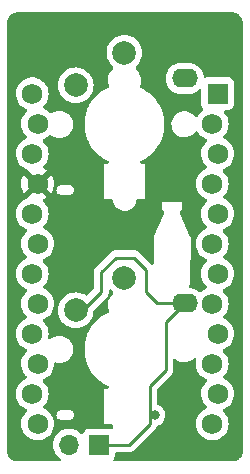
<source format=gbr>
%TF.GenerationSoftware,KiCad,Pcbnew,(7.0.0-0)*%
%TF.CreationDate,2023-02-20T11:28:14-08:00*%
%TF.ProjectId,choc_milk_keyboard,63686f63-5f6d-4696-9c6b-5f6b6579626f,rev?*%
%TF.SameCoordinates,Original*%
%TF.FileFunction,Copper,L1,Top*%
%TF.FilePolarity,Positive*%
%FSLAX46Y46*%
G04 Gerber Fmt 4.6, Leading zero omitted, Abs format (unit mm)*
G04 Created by KiCad (PCBNEW (7.0.0-0)) date 2023-02-20 11:28:14*
%MOMM*%
%LPD*%
G01*
G04 APERTURE LIST*
%TA.AperFunction,ComponentPad*%
%ADD10C,2.000000*%
%TD*%
%TA.AperFunction,ComponentPad*%
%ADD11O,2.200000X1.600000*%
%TD*%
%TA.AperFunction,ComponentPad*%
%ADD12R,1.700000X1.700000*%
%TD*%
%TA.AperFunction,ComponentPad*%
%ADD13O,1.700000X1.700000*%
%TD*%
%TA.AperFunction,ComponentPad*%
%ADD14R,1.752600X1.752600*%
%TD*%
%TA.AperFunction,ComponentPad*%
%ADD15C,1.752600*%
%TD*%
%TA.AperFunction,ViaPad*%
%ADD16C,0.800000*%
%TD*%
%TA.AperFunction,Conductor*%
%ADD17C,0.250000*%
%TD*%
G04 APERTURE END LIST*
D10*
%TO.P,SW1,1,1*%
%TO.N,Net-(U1-4{slash}D4)*%
X84963000Y-122474000D03*
D11*
%TO.P,SW1,2,2*%
%TO.N,GND*%
X90062999Y-124623999D03*
D10*
X80833000Y-125224000D03*
%TD*%
D12*
%TO.P,J1,1,Pin_1*%
%TO.N,GND*%
X82809999Y-136609999D03*
D13*
%TO.P,J1,2,Pin_2*%
%TO.N,Net-(J1-Pin_2)*%
X80269999Y-136609999D03*
%TD*%
D10*
%TO.P,SW2,1,1*%
%TO.N,Net-(U1-5{slash}C6)*%
X84963000Y-103424000D03*
D11*
%TO.P,SW2,2,2*%
%TO.N,GND*%
X90062999Y-105573999D03*
D10*
X80833000Y-106174000D03*
%TD*%
D14*
%TO.P,U1,1,TX0/D3*%
%TO.N,unconnected-(U1-TX0{slash}D3-Pad1)*%
X92848599Y-106883999D03*
D15*
%TO.P,U1,2,RX1/D2*%
%TO.N,unconnected-(U1-RX1{slash}D2-Pad2)*%
X92391400Y-109424000D03*
%TO.P,U1,3,GND*%
%TO.N,GND*%
X92848600Y-111964000D03*
%TO.P,U1,4,GND*%
X92391400Y-114504000D03*
%TO.P,U1,5,2/D1/SDA*%
%TO.N,unconnected-(U1-2{slash}D1{slash}SDA-Pad5)*%
X92848600Y-117044000D03*
%TO.P,U1,6,3/D0/SCL*%
%TO.N,unconnected-(U1-3{slash}D0{slash}SCL-Pad6)*%
X92391400Y-119584000D03*
%TO.P,U1,7,4/D4*%
%TO.N,Net-(U1-4{slash}D4)*%
X92848600Y-122124000D03*
%TO.P,U1,8,5/C6*%
%TO.N,Net-(U1-5{slash}C6)*%
X92391400Y-124664000D03*
%TO.P,U1,9,6/D7*%
%TO.N,unconnected-(U1-6{slash}D7-Pad9)*%
X92848600Y-127204000D03*
%TO.P,U1,10,7/E6*%
%TO.N,unconnected-(U1-7{slash}E6-Pad10)*%
X92391400Y-129744000D03*
%TO.P,U1,11,8/B4*%
%TO.N,unconnected-(U1-8{slash}B4-Pad11)*%
X92848600Y-132284000D03*
%TO.P,U1,12,9/B5*%
%TO.N,unconnected-(U1-9{slash}B5-Pad12)*%
X92391400Y-134824000D03*
%TO.P,U1,13,B6/10*%
%TO.N,Net-(LED1-DIN)*%
X77608600Y-134824000D03*
%TO.P,U1,14,B2/16*%
%TO.N,unconnected-(U1-B2{slash}16-Pad14)*%
X77151400Y-132284000D03*
%TO.P,U1,15,B3/14*%
%TO.N,unconnected-(U1-B3{slash}14-Pad15)*%
X77608600Y-129744000D03*
%TO.P,U1,16,B1/15*%
%TO.N,unconnected-(U1-B1{slash}15-Pad16)*%
X77151400Y-127204000D03*
%TO.P,U1,17,F7/A0*%
%TO.N,unconnected-(U1-F7{slash}A0-Pad17)*%
X77608600Y-124664000D03*
%TO.P,U1,18,F6/A1*%
%TO.N,unconnected-(U1-F6{slash}A1-Pad18)*%
X77151400Y-122124000D03*
%TO.P,U1,19,F5/A2*%
%TO.N,unconnected-(U1-F5{slash}A2-Pad19)*%
X77608600Y-119584000D03*
%TO.P,U1,20,F4/A3*%
%TO.N,unconnected-(U1-F4{slash}A3-Pad20)*%
X77151400Y-117044000D03*
%TO.P,U1,21,VCC*%
%TO.N,VCC*%
X77608600Y-114504000D03*
%TO.P,U1,22,RST*%
%TO.N,Net-(J1-Pin_2)*%
X77151400Y-111964000D03*
%TO.P,U1,23,GND*%
%TO.N,GND*%
X77608600Y-109424000D03*
%TO.P,U1,24,RAW*%
%TO.N,unconnected-(U1-RAW-Pad24)*%
X77151400Y-106884000D03*
%TD*%
D16*
%TO.N,GND*%
X87512998Y-134100000D03*
%TO.N,VCC*%
X80000000Y-132650000D03*
X80000000Y-113550000D03*
%TD*%
D17*
%TO.N,GND*%
X87090000Y-131650000D02*
X88463000Y-130277000D01*
X87090000Y-134340000D02*
X87330000Y-134100000D01*
X87330000Y-134100000D02*
X87512998Y-134100000D01*
X87734000Y-124624000D02*
X86820000Y-123710000D01*
X87090000Y-134080000D02*
X87090000Y-131650000D01*
X87090000Y-134340000D02*
X87090000Y-134080000D01*
X85770000Y-120760000D02*
X84250000Y-120760000D01*
X82990000Y-122020000D02*
X82990000Y-123680000D01*
X88463000Y-126224000D02*
X90063000Y-124624000D01*
X82990000Y-123680000D02*
X81446000Y-125224000D01*
X85320000Y-136610000D02*
X87090000Y-134840000D01*
X82810000Y-136610000D02*
X85320000Y-136610000D01*
X81446000Y-125224000D02*
X80833000Y-125224000D01*
X87110000Y-134100000D02*
X87090000Y-134080000D01*
X90063000Y-124624000D02*
X87734000Y-124624000D01*
X84250000Y-120760000D02*
X82990000Y-122020000D01*
X87090000Y-134840000D02*
X87090000Y-134340000D01*
X86820000Y-123710000D02*
X86820000Y-121810000D01*
X86820000Y-121810000D02*
X85770000Y-120760000D01*
X87512998Y-134100000D02*
X87110000Y-134100000D01*
X88463000Y-130277000D02*
X88463000Y-126224000D01*
%TO.N,VCC*%
X80000000Y-113550000D02*
X78500000Y-113550000D01*
X78500000Y-113550000D02*
X77608600Y-114441400D01*
X77608600Y-114441400D02*
X77608600Y-114504000D01*
%TD*%
%TA.AperFunction,Conductor*%
%TO.N,VCC*%
G36*
X94117163Y-100000725D02*
G01*
X94145598Y-100003525D01*
X94147330Y-100003708D01*
X94283081Y-100018991D01*
X94305536Y-100023621D01*
X94364914Y-100041633D01*
X94369873Y-100043252D01*
X94462918Y-100075810D01*
X94480685Y-100083612D01*
X94541266Y-100115994D01*
X94548905Y-100120428D01*
X94593719Y-100148586D01*
X94626884Y-100169426D01*
X94639770Y-100178705D01*
X94678153Y-100210206D01*
X94694470Y-100223598D01*
X94703630Y-100231900D01*
X94767707Y-100295978D01*
X94776011Y-100305140D01*
X94820905Y-100359844D01*
X94830193Y-100372742D01*
X94879167Y-100450686D01*
X94883601Y-100458326D01*
X94915994Y-100518930D01*
X94923799Y-100536704D01*
X94935550Y-100570290D01*
X94956329Y-100629678D01*
X94957973Y-100634713D01*
X94975982Y-100694081D01*
X94980615Y-100716552D01*
X94995208Y-100846088D01*
X94996000Y-100860193D01*
X94996000Y-137139422D01*
X94995208Y-137153530D01*
X94980601Y-137283165D01*
X94975967Y-137305635D01*
X94958115Y-137364482D01*
X94956471Y-137369518D01*
X94923758Y-137463009D01*
X94915950Y-137480791D01*
X94883736Y-137541059D01*
X94879301Y-137548700D01*
X94830108Y-137626989D01*
X94820820Y-137639886D01*
X94776129Y-137694342D01*
X94767825Y-137703503D01*
X94703503Y-137767825D01*
X94694342Y-137776129D01*
X94639886Y-137820820D01*
X94626989Y-137830108D01*
X94548700Y-137879301D01*
X94541059Y-137883736D01*
X94480791Y-137915950D01*
X94463010Y-137923757D01*
X94369513Y-137956473D01*
X94364474Y-137958118D01*
X94305634Y-137975967D01*
X94283164Y-137980601D01*
X94147114Y-137995929D01*
X94145365Y-137996114D01*
X94120508Y-137998563D01*
X94117161Y-137998893D01*
X94104808Y-137999500D01*
X84143046Y-137999500D01*
X84076828Y-137980697D01*
X84030374Y-137929900D01*
X84017548Y-137862269D01*
X84042178Y-137797991D01*
X84058254Y-137776516D01*
X84110889Y-137706204D01*
X84161989Y-137569201D01*
X84168500Y-137508638D01*
X84168500Y-137369500D01*
X84185381Y-137306500D01*
X84231500Y-137260381D01*
X84294500Y-137243500D01*
X85241233Y-137243500D01*
X85252416Y-137244027D01*
X85259909Y-137245702D01*
X85327985Y-137243562D01*
X85331945Y-137243500D01*
X85355894Y-137243500D01*
X85359856Y-137243500D01*
X85363856Y-137242994D01*
X85375699Y-137242061D01*
X85419889Y-137240673D01*
X85439333Y-137235023D01*
X85458702Y-137231012D01*
X85478797Y-137228474D01*
X85519915Y-137212193D01*
X85531117Y-137208357D01*
X85573593Y-137196018D01*
X85591039Y-137185699D01*
X85608769Y-137177013D01*
X85627617Y-137169552D01*
X85663387Y-137143561D01*
X85673298Y-137137051D01*
X85711362Y-137114542D01*
X85725688Y-137100215D01*
X85740717Y-137087378D01*
X85757107Y-137075472D01*
X85785294Y-137041397D01*
X85793272Y-137032630D01*
X87482264Y-135343639D01*
X87490535Y-135336113D01*
X87497018Y-135332000D01*
X87543661Y-135282328D01*
X87546353Y-135279550D01*
X87566135Y-135259770D01*
X87568613Y-135256574D01*
X87576308Y-135247563D01*
X87606586Y-135215321D01*
X87616348Y-135197562D01*
X87627195Y-135181050D01*
X87639614Y-135165041D01*
X87657179Y-135124446D01*
X87662388Y-135113814D01*
X87683695Y-135075060D01*
X87686681Y-135063426D01*
X87688387Y-135060506D01*
X87688585Y-135060008D01*
X87688661Y-135060038D01*
X87721512Y-135003812D01*
X87782532Y-134971504D01*
X87795286Y-134968794D01*
X87969750Y-134891118D01*
X88124251Y-134778866D01*
X88252038Y-134636944D01*
X88347525Y-134471556D01*
X88406540Y-134289928D01*
X88426502Y-134100000D01*
X88406540Y-133910072D01*
X88354885Y-133751096D01*
X88349567Y-133734728D01*
X88349566Y-133734726D01*
X88347525Y-133728444D01*
X88252038Y-133563056D01*
X88124251Y-133421134D01*
X88118909Y-133417253D01*
X88118906Y-133417250D01*
X88041055Y-133360688D01*
X87969750Y-133308882D01*
X87798251Y-133232526D01*
X87758863Y-133204946D01*
X87732675Y-133164619D01*
X87723500Y-133117419D01*
X87723500Y-131964594D01*
X87733091Y-131916376D01*
X87760402Y-131875501D01*
X88855269Y-130780633D01*
X88863533Y-130773114D01*
X88870018Y-130769000D01*
X88916676Y-130719312D01*
X88919368Y-130716534D01*
X88939134Y-130696770D01*
X88941601Y-130693588D01*
X88949310Y-130684561D01*
X88979586Y-130652321D01*
X88989345Y-130634567D01*
X89000199Y-130618043D01*
X89012613Y-130602041D01*
X89030167Y-130561475D01*
X89035392Y-130550808D01*
X89052875Y-130519008D01*
X89052874Y-130519008D01*
X89056695Y-130512060D01*
X89061732Y-130492442D01*
X89068138Y-130473730D01*
X89073032Y-130462421D01*
X89076181Y-130455145D01*
X89083096Y-130411477D01*
X89085504Y-130399853D01*
X89094529Y-130364705D01*
X89096500Y-130357030D01*
X89096500Y-130336776D01*
X89098051Y-130317065D01*
X89099980Y-130304885D01*
X89101220Y-130297057D01*
X89097058Y-130253038D01*
X89096500Y-130241181D01*
X89096500Y-129436338D01*
X89109962Y-129379670D01*
X89147472Y-129335111D01*
X89201014Y-129312183D01*
X89259148Y-129315785D01*
X89309450Y-129345148D01*
X89355277Y-129388844D01*
X89355282Y-129388848D01*
X89359622Y-129392986D01*
X89536428Y-129506613D01*
X89731543Y-129584725D01*
X89937915Y-129624500D01*
X90092424Y-129624500D01*
X90095425Y-129624500D01*
X90252218Y-129609528D01*
X90453875Y-129550316D01*
X90640682Y-129454011D01*
X90805886Y-129324092D01*
X90830243Y-129295981D01*
X90885630Y-129258957D01*
X90952156Y-129255352D01*
X91011221Y-129286176D01*
X91046310Y-129342811D01*
X91047613Y-129409423D01*
X91022085Y-129510234D01*
X91022083Y-129510243D01*
X91020806Y-129515288D01*
X91020376Y-129520470D01*
X91020375Y-129520480D01*
X91008967Y-129658162D01*
X91001854Y-129744000D01*
X91002284Y-129749189D01*
X91020375Y-129967519D01*
X91020376Y-129967527D01*
X91020806Y-129972712D01*
X91022082Y-129977752D01*
X91022084Y-129977762D01*
X91054922Y-130107435D01*
X91077143Y-130195185D01*
X91079233Y-130199951D01*
X91079235Y-130199955D01*
X91139251Y-130336776D01*
X91169331Y-130405351D01*
X91294853Y-130597477D01*
X91360023Y-130668271D01*
X91446756Y-130762488D01*
X91446759Y-130762491D01*
X91450286Y-130766322D01*
X91631390Y-130907281D01*
X91833226Y-131016509D01*
X91883125Y-131033639D01*
X91938360Y-131071376D01*
X91966495Y-131132068D01*
X91959597Y-131198607D01*
X91919612Y-131252238D01*
X91911604Y-131258471D01*
X91911591Y-131258482D01*
X91907486Y-131261678D01*
X91903965Y-131265502D01*
X91903956Y-131265511D01*
X91755581Y-131426690D01*
X91755578Y-131426693D01*
X91752053Y-131430523D01*
X91749205Y-131434881D01*
X91749202Y-131434886D01*
X91637115Y-131606449D01*
X91626531Y-131622649D01*
X91624438Y-131627419D01*
X91624436Y-131627424D01*
X91536435Y-131828044D01*
X91536432Y-131828052D01*
X91534343Y-131832815D01*
X91533066Y-131837854D01*
X91533065Y-131837860D01*
X91479284Y-132050237D01*
X91479281Y-132050249D01*
X91478006Y-132055288D01*
X91477576Y-132060470D01*
X91477575Y-132060480D01*
X91474129Y-132102071D01*
X91459054Y-132284000D01*
X91459484Y-132289189D01*
X91477575Y-132507519D01*
X91477576Y-132507527D01*
X91478006Y-132512712D01*
X91479282Y-132517752D01*
X91479284Y-132517762D01*
X91503415Y-132613053D01*
X91534343Y-132735185D01*
X91536433Y-132739951D01*
X91536435Y-132739955D01*
X91584925Y-132850500D01*
X91626531Y-132945351D01*
X91752053Y-133137477D01*
X91755581Y-133141309D01*
X91903956Y-133302488D01*
X91903959Y-133302491D01*
X91907486Y-133306322D01*
X91911599Y-133309523D01*
X91911601Y-133309525D01*
X91919607Y-133315757D01*
X91959595Y-133369387D01*
X91966495Y-133435927D01*
X91938363Y-133496621D01*
X91883127Y-133534360D01*
X91838154Y-133549799D01*
X91838151Y-133549800D01*
X91833226Y-133551491D01*
X91828647Y-133553968D01*
X91828640Y-133553972D01*
X91635972Y-133658239D01*
X91635968Y-133658241D01*
X91631390Y-133660719D01*
X91627284Y-133663914D01*
X91627279Y-133663918D01*
X91454406Y-133798471D01*
X91450286Y-133801678D01*
X91446765Y-133805502D01*
X91446756Y-133805511D01*
X91298381Y-133966690D01*
X91298378Y-133966693D01*
X91294853Y-133970523D01*
X91292005Y-133974881D01*
X91292002Y-133974886D01*
X91205972Y-134106565D01*
X91169331Y-134162649D01*
X91167238Y-134167419D01*
X91167236Y-134167424D01*
X91079235Y-134368044D01*
X91079232Y-134368052D01*
X91077143Y-134372815D01*
X91075866Y-134377854D01*
X91075865Y-134377860D01*
X91022084Y-134590237D01*
X91022081Y-134590249D01*
X91020806Y-134595288D01*
X91020376Y-134600470D01*
X91020375Y-134600480D01*
X91012318Y-134697715D01*
X91001854Y-134824000D01*
X91002284Y-134829189D01*
X91020375Y-135047519D01*
X91020376Y-135047527D01*
X91020806Y-135052712D01*
X91022082Y-135057752D01*
X91022084Y-135057762D01*
X91072794Y-135258011D01*
X91077143Y-135275185D01*
X91079233Y-135279951D01*
X91079235Y-135279955D01*
X91130462Y-135396739D01*
X91169331Y-135485351D01*
X91294853Y-135677477D01*
X91326331Y-135711671D01*
X91446756Y-135842488D01*
X91446759Y-135842491D01*
X91450286Y-135846322D01*
X91631390Y-135987281D01*
X91833226Y-136096509D01*
X91838155Y-136098201D01*
X91838157Y-136098202D01*
X91934150Y-136131156D01*
X92050287Y-136171026D01*
X92276652Y-136208800D01*
X92500940Y-136208800D01*
X92506148Y-136208800D01*
X92732513Y-136171026D01*
X92949574Y-136096509D01*
X93151410Y-135987281D01*
X93332514Y-135846322D01*
X93487947Y-135677477D01*
X93613469Y-135485351D01*
X93705657Y-135275185D01*
X93761994Y-135052712D01*
X93780946Y-134824000D01*
X93761994Y-134595288D01*
X93705657Y-134372815D01*
X93613469Y-134162649D01*
X93487947Y-133970523D01*
X93377423Y-133850462D01*
X93336043Y-133805511D01*
X93336039Y-133805508D01*
X93332514Y-133801678D01*
X93328401Y-133798477D01*
X93328396Y-133798472D01*
X93320391Y-133792241D01*
X93280403Y-133738611D01*
X93273504Y-133672070D01*
X93301638Y-133611376D01*
X93356871Y-133573640D01*
X93406774Y-133556509D01*
X93608610Y-133447281D01*
X93789714Y-133306322D01*
X93945147Y-133137477D01*
X94070669Y-132945351D01*
X94162857Y-132735185D01*
X94219194Y-132512712D01*
X94238146Y-132284000D01*
X94219194Y-132055288D01*
X94162857Y-131832815D01*
X94070669Y-131622649D01*
X93945147Y-131430523D01*
X93789714Y-131261678D01*
X93608610Y-131120719D01*
X93419177Y-131018203D01*
X93411359Y-131013972D01*
X93411356Y-131013970D01*
X93406774Y-131011491D01*
X93401850Y-131009800D01*
X93401842Y-131009797D01*
X93356873Y-130994360D01*
X93301636Y-130956620D01*
X93273503Y-130895925D01*
X93280405Y-130829383D01*
X93320396Y-130775754D01*
X93324371Y-130772660D01*
X93332514Y-130766322D01*
X93487947Y-130597477D01*
X93613469Y-130405351D01*
X93705657Y-130195185D01*
X93761994Y-129972712D01*
X93780946Y-129744000D01*
X93761994Y-129515288D01*
X93758975Y-129503368D01*
X93742001Y-129436338D01*
X93705657Y-129292815D01*
X93613469Y-129082649D01*
X93487947Y-128890523D01*
X93332514Y-128721678D01*
X93328401Y-128718477D01*
X93328396Y-128718472D01*
X93320391Y-128712241D01*
X93280403Y-128658611D01*
X93273504Y-128592070D01*
X93301638Y-128531376D01*
X93356871Y-128493640D01*
X93406774Y-128476509D01*
X93608610Y-128367281D01*
X93789714Y-128226322D01*
X93945147Y-128057477D01*
X94070669Y-127865351D01*
X94162857Y-127655185D01*
X94219194Y-127432712D01*
X94238146Y-127204000D01*
X94219194Y-126975288D01*
X94162857Y-126752815D01*
X94070669Y-126542649D01*
X93945147Y-126350523D01*
X93817475Y-126211834D01*
X93793243Y-126185511D01*
X93793239Y-126185508D01*
X93789714Y-126181678D01*
X93608610Y-126040719D01*
X93441336Y-125950195D01*
X93411359Y-125933972D01*
X93411356Y-125933970D01*
X93406774Y-125931491D01*
X93401850Y-125929800D01*
X93401842Y-125929797D01*
X93356873Y-125914360D01*
X93301636Y-125876620D01*
X93273503Y-125815925D01*
X93280405Y-125749383D01*
X93320396Y-125695754D01*
X93321784Y-125694672D01*
X93332514Y-125686322D01*
X93487947Y-125517477D01*
X93613469Y-125325351D01*
X93705657Y-125115185D01*
X93761994Y-124892712D01*
X93780946Y-124664000D01*
X93761994Y-124435288D01*
X93705657Y-124212815D01*
X93613469Y-124002649D01*
X93487947Y-123810523D01*
X93404576Y-123719958D01*
X93336043Y-123645511D01*
X93336039Y-123645508D01*
X93332514Y-123641678D01*
X93328401Y-123638477D01*
X93328396Y-123638472D01*
X93320391Y-123632241D01*
X93280403Y-123578611D01*
X93273504Y-123512070D01*
X93301638Y-123451376D01*
X93356871Y-123413640D01*
X93406774Y-123396509D01*
X93608610Y-123287281D01*
X93789714Y-123146322D01*
X93945147Y-122977477D01*
X94070669Y-122785351D01*
X94162857Y-122575185D01*
X94219194Y-122352712D01*
X94238146Y-122124000D01*
X94219194Y-121895288D01*
X94216721Y-121885524D01*
X94181439Y-121746195D01*
X94162857Y-121672815D01*
X94070669Y-121462649D01*
X93945147Y-121270523D01*
X93789714Y-121101678D01*
X93608610Y-120960719D01*
X93419177Y-120858203D01*
X93411359Y-120853972D01*
X93411356Y-120853970D01*
X93406774Y-120851491D01*
X93401850Y-120849800D01*
X93401842Y-120849797D01*
X93356873Y-120834360D01*
X93301636Y-120796620D01*
X93273503Y-120735925D01*
X93280405Y-120669383D01*
X93320396Y-120615754D01*
X93321784Y-120614672D01*
X93332514Y-120606322D01*
X93487947Y-120437477D01*
X93613469Y-120245351D01*
X93705657Y-120035185D01*
X93761994Y-119812712D01*
X93780946Y-119584000D01*
X93761994Y-119355288D01*
X93705657Y-119132815D01*
X93613469Y-118922649D01*
X93487947Y-118730523D01*
X93332514Y-118561678D01*
X93328401Y-118558477D01*
X93328396Y-118558472D01*
X93320391Y-118552241D01*
X93280403Y-118498611D01*
X93273504Y-118432070D01*
X93301638Y-118371376D01*
X93356871Y-118333640D01*
X93406774Y-118316509D01*
X93608610Y-118207281D01*
X93789714Y-118066322D01*
X93945147Y-117897477D01*
X94070669Y-117705351D01*
X94162857Y-117495185D01*
X94219194Y-117272712D01*
X94238146Y-117044000D01*
X94219194Y-116815288D01*
X94162857Y-116592815D01*
X94070669Y-116382649D01*
X93945147Y-116190523D01*
X93852223Y-116089581D01*
X93793243Y-116025511D01*
X93793239Y-116025508D01*
X93789714Y-116021678D01*
X93608610Y-115880719D01*
X93441547Y-115790309D01*
X93411359Y-115773972D01*
X93411356Y-115773970D01*
X93406774Y-115771491D01*
X93401850Y-115769800D01*
X93401842Y-115769797D01*
X93356873Y-115754360D01*
X93301636Y-115716620D01*
X93273503Y-115655925D01*
X93280405Y-115589383D01*
X93320396Y-115535754D01*
X93321784Y-115534672D01*
X93332514Y-115526322D01*
X93487947Y-115357477D01*
X93613469Y-115165351D01*
X93705657Y-114955185D01*
X93761994Y-114732712D01*
X93780946Y-114504000D01*
X93761994Y-114275288D01*
X93705657Y-114052815D01*
X93613469Y-113842649D01*
X93487947Y-113650523D01*
X93407425Y-113563053D01*
X93336043Y-113485511D01*
X93336039Y-113485508D01*
X93332514Y-113481678D01*
X93328401Y-113478477D01*
X93328396Y-113478472D01*
X93320391Y-113472241D01*
X93280403Y-113418611D01*
X93273504Y-113352070D01*
X93301638Y-113291376D01*
X93356871Y-113253640D01*
X93406774Y-113236509D01*
X93608610Y-113127281D01*
X93789714Y-112986322D01*
X93945147Y-112817477D01*
X94070669Y-112625351D01*
X94162857Y-112415185D01*
X94219194Y-112192712D01*
X94238146Y-111964000D01*
X94219194Y-111735288D01*
X94162857Y-111512815D01*
X94070669Y-111302649D01*
X93945147Y-111110523D01*
X93789714Y-110941678D01*
X93608610Y-110800719D01*
X93474854Y-110728334D01*
X93411359Y-110693972D01*
X93411356Y-110693970D01*
X93406774Y-110691491D01*
X93401850Y-110689800D01*
X93401842Y-110689797D01*
X93356873Y-110674360D01*
X93301636Y-110636620D01*
X93273503Y-110575925D01*
X93280405Y-110509383D01*
X93320396Y-110455754D01*
X93323461Y-110453368D01*
X93332514Y-110446322D01*
X93487947Y-110277477D01*
X93613469Y-110085351D01*
X93705657Y-109875185D01*
X93761994Y-109652712D01*
X93780946Y-109424000D01*
X93761994Y-109195288D01*
X93705657Y-108972815D01*
X93613469Y-108762649D01*
X93487947Y-108570523D01*
X93484418Y-108566689D01*
X93484413Y-108566683D01*
X93404742Y-108480137D01*
X93376388Y-108429753D01*
X93373521Y-108372009D01*
X93396745Y-108319064D01*
X93441170Y-108282064D01*
X93497443Y-108268800D01*
X93770169Y-108268800D01*
X93773538Y-108268800D01*
X93834101Y-108262289D01*
X93971104Y-108211189D01*
X94088161Y-108123561D01*
X94175789Y-108006504D01*
X94226889Y-107869501D01*
X94233400Y-107808938D01*
X94233400Y-105959062D01*
X94226889Y-105898499D01*
X94175789Y-105761496D01*
X94147658Y-105723918D01*
X94093559Y-105651650D01*
X94088161Y-105644439D01*
X94022569Y-105595337D01*
X93978317Y-105562210D01*
X93978314Y-105562208D01*
X93971104Y-105556811D01*
X93962666Y-105553664D01*
X93962663Y-105553662D01*
X93841480Y-105508463D01*
X93841478Y-105508462D01*
X93834101Y-105505711D01*
X93826273Y-105504869D01*
X93826267Y-105504868D01*
X93776888Y-105499560D01*
X93776885Y-105499559D01*
X93773538Y-105499200D01*
X91923662Y-105499200D01*
X91920315Y-105499559D01*
X91920311Y-105499560D01*
X91870932Y-105504868D01*
X91870925Y-105504869D01*
X91863099Y-105505711D01*
X91855726Y-105508460D01*
X91855713Y-105508464D01*
X91831729Y-105517410D01*
X91774726Y-105524683D01*
X91720421Y-105505887D01*
X91680110Y-105464931D01*
X91662179Y-105410334D01*
X91657022Y-105351393D01*
X91656543Y-105345913D01*
X91597284Y-105124757D01*
X91500523Y-104917251D01*
X91369198Y-104729700D01*
X91207300Y-104567802D01*
X91106436Y-104497176D01*
X91024257Y-104439633D01*
X91024252Y-104439630D01*
X91019749Y-104436477D01*
X90812243Y-104339716D01*
X90591087Y-104280457D01*
X90585611Y-104279977D01*
X90585606Y-104279977D01*
X90422850Y-104265738D01*
X90422844Y-104265737D01*
X90420127Y-104265500D01*
X89705873Y-104265500D01*
X89703156Y-104265737D01*
X89703149Y-104265738D01*
X89540393Y-104279977D01*
X89540386Y-104279978D01*
X89534913Y-104280457D01*
X89529599Y-104281880D01*
X89529598Y-104281881D01*
X89319067Y-104338293D01*
X89319065Y-104338293D01*
X89313757Y-104339716D01*
X89308779Y-104342036D01*
X89308774Y-104342039D01*
X89111238Y-104434151D01*
X89111233Y-104434153D01*
X89106251Y-104436477D01*
X89101752Y-104439627D01*
X89101742Y-104439633D01*
X88923211Y-104564643D01*
X88923208Y-104564645D01*
X88918700Y-104567802D01*
X88914808Y-104571693D01*
X88914802Y-104571699D01*
X88760699Y-104725802D01*
X88760693Y-104725808D01*
X88756802Y-104729700D01*
X88753645Y-104734208D01*
X88753643Y-104734211D01*
X88628633Y-104912742D01*
X88628627Y-104912752D01*
X88625477Y-104917251D01*
X88623153Y-104922233D01*
X88623151Y-104922238D01*
X88531039Y-105119774D01*
X88531036Y-105119779D01*
X88528716Y-105124757D01*
X88469457Y-105345913D01*
X88468978Y-105351386D01*
X88468977Y-105351393D01*
X88452741Y-105536974D01*
X88449502Y-105574000D01*
X88449981Y-105579475D01*
X88465905Y-105761496D01*
X88469457Y-105802087D01*
X88528716Y-106023243D01*
X88531038Y-106028223D01*
X88531039Y-106028225D01*
X88601973Y-106180345D01*
X88625477Y-106230749D01*
X88628630Y-106235252D01*
X88628633Y-106235257D01*
X88676881Y-106304162D01*
X88756802Y-106418300D01*
X88918700Y-106580198D01*
X89106251Y-106711523D01*
X89313757Y-106808284D01*
X89534913Y-106867543D01*
X89705873Y-106882500D01*
X90417387Y-106882500D01*
X90420127Y-106882500D01*
X90591087Y-106867543D01*
X90812243Y-106808284D01*
X91019749Y-106711523D01*
X91207300Y-106580198D01*
X91248705Y-106538792D01*
X91298864Y-106508055D01*
X91357511Y-106503439D01*
X91411861Y-106525952D01*
X91450067Y-106570685D01*
X91463800Y-106627888D01*
X91463800Y-107808938D01*
X91464159Y-107812285D01*
X91464160Y-107812288D01*
X91469468Y-107861667D01*
X91469469Y-107861673D01*
X91470311Y-107869501D01*
X91473062Y-107876878D01*
X91473063Y-107876880D01*
X91518262Y-107998063D01*
X91518264Y-107998066D01*
X91521411Y-108006504D01*
X91526808Y-108013714D01*
X91526810Y-108013717D01*
X91608039Y-108122225D01*
X91632184Y-108181992D01*
X91623610Y-108245879D01*
X91584562Y-108297165D01*
X91454404Y-108398471D01*
X91454391Y-108398482D01*
X91450286Y-108401678D01*
X91446765Y-108405502D01*
X91446756Y-108405511D01*
X91298381Y-108566690D01*
X91298378Y-108566693D01*
X91294853Y-108570523D01*
X91292005Y-108574881D01*
X91292002Y-108574886D01*
X91174370Y-108754936D01*
X91169331Y-108762649D01*
X91164618Y-108773394D01*
X91151093Y-108804227D01*
X91109945Y-108855419D01*
X91048625Y-108878948D01*
X90983794Y-108868421D01*
X90933069Y-108826699D01*
X90898175Y-108777698D01*
X90878486Y-108750048D01*
X90726378Y-108605014D01*
X90721336Y-108601774D01*
X90721334Y-108601772D01*
X90554620Y-108494631D01*
X90554618Y-108494630D01*
X90549572Y-108491387D01*
X90521471Y-108480137D01*
X90360029Y-108415505D01*
X90360022Y-108415503D01*
X90354457Y-108413275D01*
X90348569Y-108412140D01*
X90348565Y-108412139D01*
X90153973Y-108374634D01*
X90153964Y-108374633D01*
X90148085Y-108373500D01*
X89990575Y-108373500D01*
X89987597Y-108373784D01*
X89987583Y-108373785D01*
X89839757Y-108387901D01*
X89839752Y-108387901D01*
X89833782Y-108388472D01*
X89828032Y-108390160D01*
X89828023Y-108390162D01*
X89637889Y-108445991D01*
X89637884Y-108445992D01*
X89632125Y-108447684D01*
X89626787Y-108450435D01*
X89626784Y-108450437D01*
X89450659Y-108541235D01*
X89450654Y-108541237D01*
X89445318Y-108543989D01*
X89440598Y-108547700D01*
X89440593Y-108547704D01*
X89284839Y-108670192D01*
X89280114Y-108673908D01*
X89276185Y-108678442D01*
X89276179Y-108678448D01*
X89146413Y-108828205D01*
X89146407Y-108828212D01*
X89142481Y-108832744D01*
X89139483Y-108837936D01*
X89139477Y-108837945D01*
X89040398Y-109009555D01*
X89040394Y-109009561D01*
X89037396Y-109014756D01*
X89035434Y-109020423D01*
X89035432Y-109020429D01*
X88987887Y-109157802D01*
X88968656Y-109213367D01*
X88938746Y-109421398D01*
X88948746Y-109631330D01*
X88950161Y-109637163D01*
X88950162Y-109637169D01*
X88955158Y-109657762D01*
X88998296Y-109835576D01*
X89000790Y-109841037D01*
X89082929Y-110020897D01*
X89085604Y-110026753D01*
X89207514Y-110197952D01*
X89359622Y-110342986D01*
X89536428Y-110456613D01*
X89731543Y-110534725D01*
X89937915Y-110574500D01*
X90092424Y-110574500D01*
X90095425Y-110574500D01*
X90252218Y-110559528D01*
X90453875Y-110500316D01*
X90640682Y-110404011D01*
X90805886Y-110274092D01*
X90943519Y-110115256D01*
X90956130Y-110093412D01*
X91000748Y-110048172D01*
X91061774Y-110030459D01*
X91123685Y-110044781D01*
X91170731Y-110087494D01*
X91294853Y-110277477D01*
X91298381Y-110281309D01*
X91446756Y-110442488D01*
X91446759Y-110442491D01*
X91450286Y-110446322D01*
X91631390Y-110587281D01*
X91833226Y-110696509D01*
X91883125Y-110713639D01*
X91938360Y-110751376D01*
X91966495Y-110812068D01*
X91959597Y-110878607D01*
X91919612Y-110932238D01*
X91911604Y-110938471D01*
X91911591Y-110938482D01*
X91907486Y-110941678D01*
X91903965Y-110945502D01*
X91903956Y-110945511D01*
X91755581Y-111106690D01*
X91755578Y-111106693D01*
X91752053Y-111110523D01*
X91749205Y-111114881D01*
X91749202Y-111114886D01*
X91629383Y-111298283D01*
X91626531Y-111302649D01*
X91624438Y-111307419D01*
X91624436Y-111307424D01*
X91536435Y-111508044D01*
X91536432Y-111508052D01*
X91534343Y-111512815D01*
X91533066Y-111517854D01*
X91533065Y-111517860D01*
X91479284Y-111730237D01*
X91479281Y-111730249D01*
X91478006Y-111735288D01*
X91477576Y-111740470D01*
X91477575Y-111740480D01*
X91462226Y-111925721D01*
X91459054Y-111964000D01*
X91459484Y-111969189D01*
X91477575Y-112187519D01*
X91477576Y-112187527D01*
X91478006Y-112192712D01*
X91479282Y-112197752D01*
X91479284Y-112197762D01*
X91522561Y-112368658D01*
X91534343Y-112415185D01*
X91536433Y-112419951D01*
X91536435Y-112419955D01*
X91614682Y-112598339D01*
X91626531Y-112625351D01*
X91752053Y-112817477D01*
X91755581Y-112821309D01*
X91903956Y-112982488D01*
X91903959Y-112982491D01*
X91907486Y-112986322D01*
X91911599Y-112989523D01*
X91911601Y-112989525D01*
X91919607Y-112995757D01*
X91959595Y-113049387D01*
X91966495Y-113115927D01*
X91938363Y-113176621D01*
X91883127Y-113214360D01*
X91838154Y-113229799D01*
X91838151Y-113229800D01*
X91833226Y-113231491D01*
X91828647Y-113233968D01*
X91828640Y-113233972D01*
X91635972Y-113338239D01*
X91635968Y-113338241D01*
X91631390Y-113340719D01*
X91627284Y-113343914D01*
X91627279Y-113343918D01*
X91454405Y-113478472D01*
X91450286Y-113481678D01*
X91446765Y-113485502D01*
X91446756Y-113485511D01*
X91298381Y-113646690D01*
X91298378Y-113646693D01*
X91294853Y-113650523D01*
X91292005Y-113654881D01*
X91292002Y-113654886D01*
X91196868Y-113800500D01*
X91169331Y-113842649D01*
X91167238Y-113847419D01*
X91167236Y-113847424D01*
X91079235Y-114048044D01*
X91079232Y-114048052D01*
X91077143Y-114052815D01*
X91075866Y-114057854D01*
X91075865Y-114057860D01*
X91022084Y-114270237D01*
X91022081Y-114270249D01*
X91020806Y-114275288D01*
X91020376Y-114280470D01*
X91020375Y-114280480D01*
X91002826Y-114492270D01*
X91001854Y-114504000D01*
X91002284Y-114509189D01*
X91020375Y-114727519D01*
X91020376Y-114727527D01*
X91020806Y-114732712D01*
X91022082Y-114737752D01*
X91022084Y-114737762D01*
X91075824Y-114949976D01*
X91077143Y-114955185D01*
X91079233Y-114959951D01*
X91079235Y-114959955D01*
X91105918Y-115020785D01*
X91169331Y-115165351D01*
X91294853Y-115357477D01*
X91339047Y-115405484D01*
X91446756Y-115522488D01*
X91446759Y-115522491D01*
X91450286Y-115526322D01*
X91631390Y-115667281D01*
X91833226Y-115776509D01*
X91883125Y-115793639D01*
X91938360Y-115831376D01*
X91966495Y-115892068D01*
X91959597Y-115958607D01*
X91919612Y-116012238D01*
X91911604Y-116018471D01*
X91911591Y-116018482D01*
X91907486Y-116021678D01*
X91903965Y-116025502D01*
X91903956Y-116025511D01*
X91755581Y-116186690D01*
X91755578Y-116186693D01*
X91752053Y-116190523D01*
X91749205Y-116194881D01*
X91749202Y-116194886D01*
X91659649Y-116331958D01*
X91626531Y-116382649D01*
X91624438Y-116387419D01*
X91624436Y-116387424D01*
X91536435Y-116588044D01*
X91536432Y-116588052D01*
X91534343Y-116592815D01*
X91533066Y-116597854D01*
X91533065Y-116597860D01*
X91479284Y-116810237D01*
X91479281Y-116810249D01*
X91478006Y-116815288D01*
X91477576Y-116820470D01*
X91477575Y-116820480D01*
X91462642Y-117000701D01*
X91459054Y-117044000D01*
X91459484Y-117049189D01*
X91477575Y-117267519D01*
X91477576Y-117267527D01*
X91478006Y-117272712D01*
X91479282Y-117277752D01*
X91479284Y-117277762D01*
X91533065Y-117490139D01*
X91534343Y-117495185D01*
X91626531Y-117705351D01*
X91752053Y-117897477D01*
X91755581Y-117901309D01*
X91903956Y-118062488D01*
X91903959Y-118062491D01*
X91907486Y-118066322D01*
X91911599Y-118069523D01*
X91911601Y-118069525D01*
X91919607Y-118075757D01*
X91959595Y-118129387D01*
X91966495Y-118195927D01*
X91938363Y-118256621D01*
X91883127Y-118294360D01*
X91838154Y-118309799D01*
X91838151Y-118309800D01*
X91833226Y-118311491D01*
X91828647Y-118313968D01*
X91828640Y-118313972D01*
X91635972Y-118418239D01*
X91635968Y-118418241D01*
X91631390Y-118420719D01*
X91627284Y-118423914D01*
X91627279Y-118423918D01*
X91454406Y-118558471D01*
X91450286Y-118561678D01*
X91446765Y-118565502D01*
X91446756Y-118565511D01*
X91298381Y-118726690D01*
X91298378Y-118726693D01*
X91294853Y-118730523D01*
X91292005Y-118734881D01*
X91292002Y-118734886D01*
X91172183Y-118918283D01*
X91169331Y-118922649D01*
X91167238Y-118927419D01*
X91167236Y-118927424D01*
X91079235Y-119128044D01*
X91079232Y-119128052D01*
X91077143Y-119132815D01*
X91075866Y-119137854D01*
X91075865Y-119137860D01*
X91022084Y-119350237D01*
X91022081Y-119350249D01*
X91020806Y-119355288D01*
X91020376Y-119360470D01*
X91020375Y-119360480D01*
X91002708Y-119573686D01*
X91001854Y-119584000D01*
X91002284Y-119589189D01*
X91020375Y-119807519D01*
X91020376Y-119807527D01*
X91020806Y-119812712D01*
X91022082Y-119817752D01*
X91022084Y-119817762D01*
X91075865Y-120030139D01*
X91077143Y-120035185D01*
X91079233Y-120039951D01*
X91079235Y-120039955D01*
X91151677Y-120205105D01*
X91169331Y-120245351D01*
X91294853Y-120437477D01*
X91298381Y-120441309D01*
X91446756Y-120602488D01*
X91446759Y-120602491D01*
X91450286Y-120606322D01*
X91631390Y-120747281D01*
X91833226Y-120856509D01*
X91883125Y-120873639D01*
X91938360Y-120911376D01*
X91966495Y-120972068D01*
X91959597Y-121038607D01*
X91919612Y-121092238D01*
X91911604Y-121098471D01*
X91911591Y-121098482D01*
X91907486Y-121101678D01*
X91903965Y-121105502D01*
X91903956Y-121105511D01*
X91755581Y-121266690D01*
X91755578Y-121266693D01*
X91752053Y-121270523D01*
X91749205Y-121274881D01*
X91749202Y-121274886D01*
X91655285Y-121418637D01*
X91626531Y-121462649D01*
X91624438Y-121467419D01*
X91624436Y-121467424D01*
X91536435Y-121668044D01*
X91536432Y-121668052D01*
X91534343Y-121672815D01*
X91533066Y-121677854D01*
X91533065Y-121677860D01*
X91479284Y-121890237D01*
X91479281Y-121890249D01*
X91478006Y-121895288D01*
X91477576Y-121900470D01*
X91477575Y-121900480D01*
X91468680Y-122007834D01*
X91459054Y-122124000D01*
X91459484Y-122129189D01*
X91477575Y-122347519D01*
X91477576Y-122347527D01*
X91478006Y-122352712D01*
X91479282Y-122357752D01*
X91479284Y-122357762D01*
X91533065Y-122570139D01*
X91534343Y-122575185D01*
X91626531Y-122785351D01*
X91752053Y-122977477D01*
X91802411Y-123032180D01*
X91903956Y-123142488D01*
X91903959Y-123142491D01*
X91907486Y-123146322D01*
X91911599Y-123149523D01*
X91911601Y-123149525D01*
X91919607Y-123155757D01*
X91959595Y-123209387D01*
X91966495Y-123275927D01*
X91938363Y-123336621D01*
X91883127Y-123374360D01*
X91838154Y-123389799D01*
X91838151Y-123389800D01*
X91833226Y-123391491D01*
X91828647Y-123393968D01*
X91828640Y-123393972D01*
X91635972Y-123498239D01*
X91635968Y-123498241D01*
X91631390Y-123500719D01*
X91627284Y-123503914D01*
X91627279Y-123503918D01*
X91454406Y-123638471D01*
X91450286Y-123641678D01*
X91446764Y-123645503D01*
X91446754Y-123645513D01*
X91434199Y-123659152D01*
X91377450Y-123694575D01*
X91310568Y-123695956D01*
X91252405Y-123662907D01*
X91211197Y-123621699D01*
X91211196Y-123621698D01*
X91207300Y-123617802D01*
X91096483Y-123540207D01*
X91024257Y-123489633D01*
X91024252Y-123489630D01*
X91019749Y-123486477D01*
X91014761Y-123484151D01*
X90817225Y-123392039D01*
X90817223Y-123392038D01*
X90812243Y-123389716D01*
X90591087Y-123330457D01*
X90585611Y-123329977D01*
X90585606Y-123329977D01*
X90532098Y-123325296D01*
X90469807Y-123302279D01*
X90427869Y-123250790D01*
X90417934Y-123185130D01*
X90442761Y-123123538D01*
X90465811Y-123105858D01*
X90474516Y-123095785D01*
X90484968Y-123091164D01*
X90495453Y-123083123D01*
X90501876Y-123080501D01*
X90501879Y-123080500D01*
X90501887Y-123080500D01*
X90502989Y-123083200D01*
X90503126Y-123083139D01*
X90502033Y-123080501D01*
X90512715Y-123076076D01*
X90513304Y-123075834D01*
X90517200Y-123074242D01*
X90536073Y-123066536D01*
X90536141Y-123066372D01*
X90536305Y-123066305D01*
X90545843Y-123043276D01*
X90547264Y-123039893D01*
X90550444Y-123032327D01*
X90550554Y-123032373D01*
X90550580Y-123032238D01*
X90550439Y-123032180D01*
X90550439Y-123032179D01*
X90555485Y-123020000D01*
X90552289Y-123012285D01*
X90550625Y-122994941D01*
X90570380Y-119043873D01*
X90572949Y-119043885D01*
X90572885Y-119042727D01*
X90571396Y-119042783D01*
X90570891Y-119029299D01*
X90570603Y-119021623D01*
X90570553Y-119018501D01*
X90570508Y-119018313D01*
X90570559Y-119008268D01*
X90570057Y-119007040D01*
X90570008Y-119005712D01*
X90565821Y-118996587D01*
X90565786Y-118996402D01*
X90564518Y-118993474D01*
X90556536Y-118973926D01*
X90557933Y-118973355D01*
X90557515Y-118972268D01*
X90555161Y-118973349D01*
X89694619Y-117097562D01*
X89683405Y-117036915D01*
X89695847Y-116844047D01*
X89706790Y-116800220D01*
X89732488Y-116763070D01*
X89775059Y-116720499D01*
X89788331Y-116709607D01*
X89796305Y-116706305D01*
X89810500Y-116672035D01*
X89815485Y-116660000D01*
X89812183Y-116652028D01*
X89810500Y-116634938D01*
X89810500Y-116164683D01*
X89812098Y-116147905D01*
X89815484Y-116139583D01*
X89805965Y-116117011D01*
X89805698Y-116116371D01*
X89801044Y-116105134D01*
X89801041Y-116105129D01*
X89796305Y-116093695D01*
X89796096Y-116093608D01*
X89796009Y-116093401D01*
X89784630Y-116088772D01*
X89784628Y-116088771D01*
X89773306Y-116084166D01*
X89772791Y-116083955D01*
X89750000Y-116074515D01*
X89741700Y-116077952D01*
X89724927Y-116079658D01*
X88206642Y-116089328D01*
X88187835Y-116087310D01*
X88181559Y-116084534D01*
X88169987Y-116089006D01*
X88169983Y-116089007D01*
X88168526Y-116089571D01*
X88168413Y-116089281D01*
X88167511Y-116089438D01*
X88167572Y-116089581D01*
X88159073Y-116093164D01*
X88155563Y-116094582D01*
X88146208Y-116098198D01*
X88146201Y-116098202D01*
X88134810Y-116102606D01*
X88134379Y-116103578D01*
X88133401Y-116103991D01*
X88128803Y-116115291D01*
X88128802Y-116115294D01*
X88125010Y-116124615D01*
X88123538Y-116128083D01*
X88119808Y-116136519D01*
X88119664Y-116136455D01*
X88119492Y-116137354D01*
X88119781Y-116137472D01*
X88114516Y-116150417D01*
X88117183Y-116156743D01*
X88118873Y-116175582D01*
X88110043Y-116546450D01*
X88108832Y-116561135D01*
X88108719Y-116561926D01*
X88104616Y-116573632D01*
X88109992Y-116584813D01*
X88109993Y-116584816D01*
X88112266Y-116589542D01*
X88116232Y-116598703D01*
X88118130Y-116603613D01*
X88118131Y-116603615D01*
X88122606Y-116615190D01*
X88133959Y-116620211D01*
X88134593Y-116620657D01*
X88146125Y-116629819D01*
X88257519Y-116729487D01*
X88288526Y-116771956D01*
X88299500Y-116823385D01*
X88299500Y-117000701D01*
X88288786Y-117051545D01*
X87454434Y-118943388D01*
X87451885Y-118942264D01*
X87451656Y-118942854D01*
X87453694Y-118943698D01*
X87444909Y-118964903D01*
X87444215Y-118966524D01*
X87444202Y-118966585D01*
X87439788Y-118976598D01*
X87439771Y-118977308D01*
X87439500Y-118977965D01*
X87439500Y-118988920D01*
X87439487Y-118988978D01*
X87439468Y-118990708D01*
X87438947Y-119013682D01*
X87436746Y-119013632D01*
X87436719Y-119014261D01*
X87439500Y-119014261D01*
X87439500Y-121229405D01*
X87425767Y-121286608D01*
X87387561Y-121331341D01*
X87333211Y-121353854D01*
X87274564Y-121349238D01*
X87224405Y-121318500D01*
X86273646Y-120367741D01*
X86266112Y-120359463D01*
X86262000Y-120352982D01*
X86212348Y-120306356D01*
X86209506Y-120303601D01*
X86192574Y-120286669D01*
X86189770Y-120283865D01*
X86186575Y-120281386D01*
X86177554Y-120273682D01*
X86151097Y-120248838D01*
X86145321Y-120243414D01*
X86138377Y-120239596D01*
X86138371Y-120239592D01*
X86127566Y-120233652D01*
X86111047Y-120222801D01*
X86095041Y-120210386D01*
X86087766Y-120207238D01*
X86087763Y-120207236D01*
X86054466Y-120192828D01*
X86043804Y-120187605D01*
X86012007Y-120170124D01*
X86012005Y-120170123D01*
X86005060Y-120166305D01*
X85997383Y-120164334D01*
X85997381Y-120164333D01*
X85988031Y-120161932D01*
X85985436Y-120161266D01*
X85966734Y-120154863D01*
X85955420Y-120149967D01*
X85955418Y-120149966D01*
X85948145Y-120146819D01*
X85940319Y-120145579D01*
X85940318Y-120145579D01*
X85904475Y-120139902D01*
X85892859Y-120137496D01*
X85850030Y-120126500D01*
X85842101Y-120126500D01*
X85829776Y-120126500D01*
X85810065Y-120124949D01*
X85797885Y-120123019D01*
X85797878Y-120123018D01*
X85790057Y-120121780D01*
X85782173Y-120122525D01*
X85782165Y-120122525D01*
X85746039Y-120125941D01*
X85734181Y-120126500D01*
X84328767Y-120126500D01*
X84317583Y-120125972D01*
X84310091Y-120124298D01*
X84302165Y-120124547D01*
X84242014Y-120126438D01*
X84238055Y-120126500D01*
X84210144Y-120126500D01*
X84206218Y-120126995D01*
X84206200Y-120126997D01*
X84206108Y-120127009D01*
X84194303Y-120127937D01*
X84158030Y-120129077D01*
X84158022Y-120129078D01*
X84150110Y-120129327D01*
X84142503Y-120131536D01*
X84142502Y-120131537D01*
X84130655Y-120134979D01*
X84111306Y-120138986D01*
X84099062Y-120140533D01*
X84091203Y-120141526D01*
X84083841Y-120144440D01*
X84083832Y-120144443D01*
X84050097Y-120157800D01*
X84038870Y-120161645D01*
X84004012Y-120171772D01*
X84004008Y-120171773D01*
X83996407Y-120173982D01*
X83989591Y-120178012D01*
X83989583Y-120178016D01*
X83978960Y-120184298D01*
X83961221Y-120192989D01*
X83949749Y-120197531D01*
X83949746Y-120197532D01*
X83942383Y-120200448D01*
X83935976Y-120205102D01*
X83935972Y-120205105D01*
X83906611Y-120226437D01*
X83896693Y-120232951D01*
X83865465Y-120251419D01*
X83865457Y-120251425D01*
X83858638Y-120255458D01*
X83853036Y-120261058D01*
X83853029Y-120261065D01*
X83844308Y-120269786D01*
X83829287Y-120282615D01*
X83819307Y-120289866D01*
X83819298Y-120289873D01*
X83812893Y-120294528D01*
X83807845Y-120300628D01*
X83807836Y-120300638D01*
X83784700Y-120328604D01*
X83776713Y-120337381D01*
X82597742Y-121516351D01*
X82589459Y-121523888D01*
X82582982Y-121528000D01*
X82577559Y-121533774D01*
X82577560Y-121533774D01*
X82536370Y-121577636D01*
X82533621Y-121580472D01*
X82516667Y-121597427D01*
X82516660Y-121597434D01*
X82513865Y-121600230D01*
X82511442Y-121603352D01*
X82511426Y-121603371D01*
X82511365Y-121603451D01*
X82503690Y-121612435D01*
X82478838Y-121638902D01*
X82478835Y-121638904D01*
X82473414Y-121644679D01*
X82469600Y-121651614D01*
X82469592Y-121651627D01*
X82463650Y-121662436D01*
X82452803Y-121678949D01*
X82445243Y-121688695D01*
X82445237Y-121688704D01*
X82440386Y-121694959D01*
X82437242Y-121702223D01*
X82437238Y-121702231D01*
X82422824Y-121735540D01*
X82417604Y-121746195D01*
X82400125Y-121777989D01*
X82400121Y-121777997D01*
X82396305Y-121784940D01*
X82394333Y-121792616D01*
X82394331Y-121792624D01*
X82391266Y-121804562D01*
X82384865Y-121823259D01*
X82379968Y-121834576D01*
X82379966Y-121834581D01*
X82376819Y-121841855D01*
X82375579Y-121849680D01*
X82375577Y-121849689D01*
X82369901Y-121885524D01*
X82367495Y-121897144D01*
X82358471Y-121932289D01*
X82358469Y-121932297D01*
X82356500Y-121939970D01*
X82356500Y-121947899D01*
X82356500Y-121960224D01*
X82354949Y-121979935D01*
X82353019Y-121992114D01*
X82353018Y-121992121D01*
X82351780Y-121999943D01*
X82352525Y-122007826D01*
X82352525Y-122007834D01*
X82355941Y-122043961D01*
X82356500Y-122055819D01*
X82356500Y-123365405D01*
X82346909Y-123413623D01*
X82319595Y-123454501D01*
X81824805Y-123949289D01*
X81777770Y-123978966D01*
X81722539Y-123985503D01*
X81669875Y-123967626D01*
X81524183Y-123878346D01*
X81524182Y-123878345D01*
X81519963Y-123875760D01*
X81372999Y-123814886D01*
X81305167Y-123786789D01*
X81305164Y-123786788D01*
X81300594Y-123784895D01*
X81295786Y-123783740D01*
X81295781Y-123783739D01*
X81074523Y-123730620D01*
X81074519Y-123730619D01*
X81069711Y-123729465D01*
X81064785Y-123729077D01*
X81064777Y-123729076D01*
X80837930Y-123711223D01*
X80833000Y-123710835D01*
X80828070Y-123711223D01*
X80601222Y-123729076D01*
X80601212Y-123729077D01*
X80596289Y-123729465D01*
X80591482Y-123730619D01*
X80591476Y-123730620D01*
X80370218Y-123783739D01*
X80370209Y-123783741D01*
X80365406Y-123784895D01*
X80360838Y-123786786D01*
X80360832Y-123786789D01*
X80150611Y-123873865D01*
X80150606Y-123873867D01*
X80146037Y-123875760D01*
X80141817Y-123878345D01*
X80141817Y-123878346D01*
X79947798Y-123997241D01*
X79947792Y-123997245D01*
X79943584Y-123999824D01*
X79939834Y-124003026D01*
X79939824Y-124003034D01*
X79766786Y-124150823D01*
X79766779Y-124150829D01*
X79763031Y-124154031D01*
X79759829Y-124157779D01*
X79759823Y-124157786D01*
X79612034Y-124330824D01*
X79612026Y-124330834D01*
X79608824Y-124334584D01*
X79606245Y-124338792D01*
X79606241Y-124338798D01*
X79493508Y-124522762D01*
X79484760Y-124537037D01*
X79482867Y-124541606D01*
X79482865Y-124541611D01*
X79395789Y-124751832D01*
X79395786Y-124751838D01*
X79393895Y-124756406D01*
X79392741Y-124761209D01*
X79392739Y-124761218D01*
X79359958Y-124897762D01*
X79338465Y-124987289D01*
X79338077Y-124992212D01*
X79338076Y-124992222D01*
X79323553Y-125176760D01*
X79319835Y-125224000D01*
X79320223Y-125228930D01*
X79338076Y-125455777D01*
X79338077Y-125455785D01*
X79338465Y-125460711D01*
X79339619Y-125465519D01*
X79339620Y-125465523D01*
X79392739Y-125686781D01*
X79392740Y-125686786D01*
X79393895Y-125691594D01*
X79395788Y-125696164D01*
X79395789Y-125696167D01*
X79450098Y-125827281D01*
X79484760Y-125910963D01*
X79608824Y-126113416D01*
X79612031Y-126117171D01*
X79612034Y-126117175D01*
X79659065Y-126172241D01*
X79763031Y-126293969D01*
X79766786Y-126297176D01*
X79891099Y-126403350D01*
X79943584Y-126448176D01*
X80146037Y-126572240D01*
X80365406Y-126663105D01*
X80596289Y-126718535D01*
X80833000Y-126737165D01*
X81069711Y-126718535D01*
X81300594Y-126663105D01*
X81519963Y-126572240D01*
X81722416Y-126448176D01*
X81902969Y-126293969D01*
X82057176Y-126113416D01*
X82181240Y-125910963D01*
X82272105Y-125691594D01*
X82327535Y-125460711D01*
X82342882Y-125265710D01*
X82354067Y-125222849D01*
X82379395Y-125186508D01*
X83382264Y-124183639D01*
X83390535Y-124176113D01*
X83397018Y-124172000D01*
X83443661Y-124122328D01*
X83446353Y-124119550D01*
X83466135Y-124099770D01*
X83468613Y-124096574D01*
X83476307Y-124087564D01*
X83504615Y-124057419D01*
X83565792Y-124021464D01*
X83586014Y-124022264D01*
X83571539Y-123981787D01*
X83579715Y-123922410D01*
X83579871Y-123922014D01*
X83583695Y-123915060D01*
X83588733Y-123895434D01*
X83595134Y-123876737D01*
X83603181Y-123858145D01*
X83610096Y-123814477D01*
X83612504Y-123802853D01*
X83621529Y-123767705D01*
X83623500Y-123760030D01*
X83623500Y-123739776D01*
X83625051Y-123720065D01*
X83626980Y-123707885D01*
X83628220Y-123700057D01*
X83624058Y-123656038D01*
X83623500Y-123644181D01*
X83623500Y-123569927D01*
X83638146Y-123510968D01*
X83678678Y-123465715D01*
X83735674Y-123444688D01*
X83795884Y-123452775D01*
X83845311Y-123488097D01*
X83889817Y-123540207D01*
X83889823Y-123540213D01*
X83893031Y-123543969D01*
X83896786Y-123547176D01*
X83988884Y-123625836D01*
X84027159Y-123683560D01*
X84029143Y-123752792D01*
X83994238Y-123812613D01*
X83911745Y-123891675D01*
X83911735Y-123891685D01*
X83907882Y-123895379D01*
X83904706Y-123899672D01*
X83904700Y-123899680D01*
X83798171Y-124043718D01*
X83752091Y-124082047D01*
X83705963Y-124092049D01*
X83721783Y-124130602D01*
X83708972Y-124200399D01*
X83661203Y-124295143D01*
X83661196Y-124295157D01*
X83658793Y-124299926D01*
X83657228Y-124305033D01*
X83657225Y-124305043D01*
X83590550Y-124522762D01*
X83588984Y-124527877D01*
X83588304Y-124533181D01*
X83588304Y-124533185D01*
X83559381Y-124759037D01*
X83559380Y-124759047D01*
X83558702Y-124764346D01*
X83558929Y-124769691D01*
X83558929Y-124769693D01*
X83568592Y-124997179D01*
X83568592Y-124997186D01*
X83568820Y-125002532D01*
X83569947Y-125007765D01*
X83569948Y-125007766D01*
X83617917Y-125230345D01*
X83617918Y-125230351D01*
X83619046Y-125235581D01*
X83621041Y-125240547D01*
X83621044Y-125240555D01*
X83637854Y-125282388D01*
X83645663Y-125347259D01*
X83619932Y-125407320D01*
X83567580Y-125446417D01*
X83546762Y-125454712D01*
X83546756Y-125454714D01*
X83543583Y-125455979D01*
X83540579Y-125457571D01*
X83540563Y-125457579D01*
X83223202Y-125625833D01*
X83223185Y-125625843D01*
X83220192Y-125627430D01*
X83217385Y-125629333D01*
X83217372Y-125629341D01*
X82920059Y-125830925D01*
X82920051Y-125830930D01*
X82917234Y-125832841D01*
X82914634Y-125835049D01*
X82914628Y-125835054D01*
X82640857Y-126067597D01*
X82640847Y-126067606D01*
X82638261Y-126069803D01*
X82635930Y-126072263D01*
X82635915Y-126072278D01*
X82388895Y-126333054D01*
X82388886Y-126333063D01*
X82386543Y-126335538D01*
X82384476Y-126338256D01*
X82384476Y-126338257D01*
X82167102Y-126624207D01*
X82167095Y-126624215D01*
X82165032Y-126626931D01*
X82163274Y-126629851D01*
X82163267Y-126629863D01*
X81978086Y-126937638D01*
X81976325Y-126940565D01*
X81974895Y-126943655D01*
X81974888Y-126943669D01*
X81824066Y-127269665D01*
X81824061Y-127269676D01*
X81822633Y-127272764D01*
X81821547Y-127275985D01*
X81821543Y-127275997D01*
X81706850Y-127616395D01*
X81706846Y-127616406D01*
X81705760Y-127619632D01*
X81705029Y-127622951D01*
X81705025Y-127622967D01*
X81629439Y-127966358D01*
X81627074Y-127977103D01*
X81626705Y-127980493D01*
X81626705Y-127980495D01*
X81587869Y-128337587D01*
X81587868Y-128337599D01*
X81587500Y-128340986D01*
X81587500Y-128707014D01*
X81587868Y-128710401D01*
X81587869Y-128710412D01*
X81607457Y-128890523D01*
X81627074Y-129070897D01*
X81627806Y-129074224D01*
X81627807Y-129074228D01*
X81705025Y-129425032D01*
X81705028Y-129425043D01*
X81705760Y-129428368D01*
X81706848Y-129431598D01*
X81706850Y-129431604D01*
X81813856Y-129749189D01*
X81822633Y-129775236D01*
X81824064Y-129778329D01*
X81824066Y-129778334D01*
X81916331Y-129977762D01*
X81976325Y-130107435D01*
X82056797Y-130241181D01*
X82155730Y-130405610D01*
X82165032Y-130421069D01*
X82386543Y-130712462D01*
X82388894Y-130714944D01*
X82388895Y-130714945D01*
X82635915Y-130975721D01*
X82635920Y-130975726D01*
X82638261Y-130978197D01*
X82917234Y-131215159D01*
X83220192Y-131420570D01*
X83223199Y-131422164D01*
X83223202Y-131422166D01*
X83540574Y-131590426D01*
X83540577Y-131590427D01*
X83543583Y-131592021D01*
X83579795Y-131606449D01*
X83634286Y-131648339D01*
X83658685Y-131712594D01*
X83645733Y-131780094D01*
X83599284Y-131830754D01*
X83533158Y-131849500D01*
X83263099Y-131849500D01*
X83263000Y-131849459D01*
X83262901Y-131849500D01*
X83262617Y-131849617D01*
X83262459Y-131850000D01*
X83262500Y-131850099D01*
X83262500Y-134849901D01*
X83262459Y-134850000D01*
X83262500Y-134850099D01*
X83262617Y-134850383D01*
X83263000Y-134850541D01*
X83263099Y-134850500D01*
X83842737Y-134850500D01*
X83900129Y-134864330D01*
X83944923Y-134902784D01*
X83967284Y-134957420D01*
X83969442Y-134971504D01*
X83989444Y-135102071D01*
X83991662Y-135108061D01*
X83991663Y-135108063D01*
X83996224Y-135120378D01*
X84001140Y-135191134D01*
X83967058Y-135253335D01*
X83904778Y-135287272D01*
X83834034Y-135282192D01*
X83776583Y-135260764D01*
X83776580Y-135260763D01*
X83769201Y-135258011D01*
X83761373Y-135257169D01*
X83761367Y-135257168D01*
X83711988Y-135251860D01*
X83711985Y-135251859D01*
X83708638Y-135251500D01*
X81911362Y-135251500D01*
X81908015Y-135251859D01*
X81908011Y-135251860D01*
X81858632Y-135257168D01*
X81858625Y-135257169D01*
X81850799Y-135258011D01*
X81843423Y-135260761D01*
X81843419Y-135260763D01*
X81722236Y-135305962D01*
X81722230Y-135305965D01*
X81713796Y-135309111D01*
X81706588Y-135314506D01*
X81706582Y-135314510D01*
X81603950Y-135391340D01*
X81603946Y-135391343D01*
X81596739Y-135396739D01*
X81591343Y-135403946D01*
X81591340Y-135403950D01*
X81514510Y-135506582D01*
X81514506Y-135506588D01*
X81509111Y-135513796D01*
X81505964Y-135522231D01*
X81505960Y-135522240D01*
X81465000Y-135632057D01*
X81428468Y-135684095D01*
X81371178Y-135711671D01*
X81307717Y-135707761D01*
X81254244Y-135673361D01*
X81215676Y-135631466D01*
X81193240Y-135607094D01*
X81015576Y-135468811D01*
X81010997Y-135466333D01*
X81010994Y-135466331D01*
X80822159Y-135364139D01*
X80822156Y-135364137D01*
X80817574Y-135361658D01*
X80812650Y-135359967D01*
X80812642Y-135359964D01*
X80609565Y-135290248D01*
X80609559Y-135290246D01*
X80604635Y-135288556D01*
X80599498Y-135287698D01*
X80599495Y-135287698D01*
X80387706Y-135252357D01*
X80387703Y-135252356D01*
X80382569Y-135251500D01*
X80157431Y-135251500D01*
X80152297Y-135252356D01*
X80152293Y-135252357D01*
X79940504Y-135287698D01*
X79940498Y-135287699D01*
X79935365Y-135288556D01*
X79930443Y-135290245D01*
X79930434Y-135290248D01*
X79727357Y-135359964D01*
X79727344Y-135359969D01*
X79722426Y-135361658D01*
X79717847Y-135364135D01*
X79717840Y-135364139D01*
X79529005Y-135466331D01*
X79528997Y-135466336D01*
X79524424Y-135468811D01*
X79520313Y-135472010D01*
X79520311Y-135472012D01*
X79350878Y-135603888D01*
X79350872Y-135603893D01*
X79346760Y-135607094D01*
X79343237Y-135610919D01*
X79343227Y-135610930D01*
X79197806Y-135768899D01*
X79197802Y-135768902D01*
X79194278Y-135772732D01*
X79191430Y-135777090D01*
X79191427Y-135777095D01*
X79073992Y-135956843D01*
X79071140Y-135961209D01*
X79069048Y-135965978D01*
X79069046Y-135965982D01*
X78982799Y-136162606D01*
X78982796Y-136162614D01*
X78980704Y-136167384D01*
X78925436Y-136385632D01*
X78925006Y-136390820D01*
X78925005Y-136390827D01*
X78907909Y-136597147D01*
X78906844Y-136610000D01*
X78925436Y-136834368D01*
X78980704Y-137052616D01*
X78982797Y-137057389D01*
X78982799Y-137057393D01*
X79049015Y-137208350D01*
X79071140Y-137258791D01*
X79194278Y-137447268D01*
X79225495Y-137481178D01*
X79343227Y-137609069D01*
X79343231Y-137609073D01*
X79346760Y-137612906D01*
X79524424Y-137751189D01*
X79529002Y-137753666D01*
X79529009Y-137753671D01*
X79545668Y-137762686D01*
X79593403Y-137808109D01*
X79611683Y-137871416D01*
X79595507Y-137935293D01*
X79549301Y-137982270D01*
X79485700Y-137999500D01*
X75890930Y-137999500D01*
X75878578Y-137998893D01*
X75854244Y-137996496D01*
X75852491Y-137996311D01*
X75716452Y-137980986D01*
X75693983Y-137976353D01*
X75646628Y-137961989D01*
X75635143Y-137958505D01*
X75630111Y-137956862D01*
X75536597Y-137924140D01*
X75518818Y-137916334D01*
X75458555Y-137884124D01*
X75450913Y-137879688D01*
X75372625Y-137830496D01*
X75359729Y-137821209D01*
X75305269Y-137776516D01*
X75296106Y-137768211D01*
X75231787Y-137703892D01*
X75223482Y-137694729D01*
X75178789Y-137640269D01*
X75169502Y-137627373D01*
X75144726Y-137587943D01*
X75120301Y-137549069D01*
X75115887Y-137541465D01*
X75083662Y-137481177D01*
X75075856Y-137463397D01*
X75075720Y-137463009D01*
X75064069Y-137429712D01*
X75057000Y-137388100D01*
X75057000Y-132284000D01*
X75761854Y-132284000D01*
X75762284Y-132289189D01*
X75780375Y-132507519D01*
X75780376Y-132507527D01*
X75780806Y-132512712D01*
X75782082Y-132517752D01*
X75782084Y-132517762D01*
X75806215Y-132613053D01*
X75837143Y-132735185D01*
X75839233Y-132739951D01*
X75839235Y-132739955D01*
X75887725Y-132850500D01*
X75929331Y-132945351D01*
X76054853Y-133137477D01*
X76058381Y-133141309D01*
X76206756Y-133302488D01*
X76206759Y-133302491D01*
X76210286Y-133306322D01*
X76391390Y-133447281D01*
X76593226Y-133556509D01*
X76643125Y-133573639D01*
X76698360Y-133611376D01*
X76726495Y-133672068D01*
X76719597Y-133738607D01*
X76679612Y-133792238D01*
X76671604Y-133798471D01*
X76671591Y-133798482D01*
X76667486Y-133801678D01*
X76663965Y-133805502D01*
X76663956Y-133805511D01*
X76515581Y-133966690D01*
X76515578Y-133966693D01*
X76512053Y-133970523D01*
X76509205Y-133974881D01*
X76509202Y-133974886D01*
X76423172Y-134106565D01*
X76386531Y-134162649D01*
X76384438Y-134167419D01*
X76384436Y-134167424D01*
X76296435Y-134368044D01*
X76296432Y-134368052D01*
X76294343Y-134372815D01*
X76293066Y-134377854D01*
X76293065Y-134377860D01*
X76239284Y-134590237D01*
X76239281Y-134590249D01*
X76238006Y-134595288D01*
X76237576Y-134600470D01*
X76237575Y-134600480D01*
X76229518Y-134697715D01*
X76219054Y-134824000D01*
X76219484Y-134829189D01*
X76237575Y-135047519D01*
X76237576Y-135047527D01*
X76238006Y-135052712D01*
X76239282Y-135057752D01*
X76239284Y-135057762D01*
X76289994Y-135258011D01*
X76294343Y-135275185D01*
X76296433Y-135279951D01*
X76296435Y-135279955D01*
X76347662Y-135396739D01*
X76386531Y-135485351D01*
X76512053Y-135677477D01*
X76543531Y-135711671D01*
X76663956Y-135842488D01*
X76663959Y-135842491D01*
X76667486Y-135846322D01*
X76848590Y-135987281D01*
X77050426Y-136096509D01*
X77055355Y-136098201D01*
X77055357Y-136098202D01*
X77151350Y-136131156D01*
X77267487Y-136171026D01*
X77493852Y-136208800D01*
X77718140Y-136208800D01*
X77723348Y-136208800D01*
X77949713Y-136171026D01*
X78166774Y-136096509D01*
X78368610Y-135987281D01*
X78549714Y-135846322D01*
X78705147Y-135677477D01*
X78830669Y-135485351D01*
X78922857Y-135275185D01*
X78979194Y-135052712D01*
X78998146Y-134824000D01*
X78979194Y-134595288D01*
X78922857Y-134372815D01*
X78830669Y-134162649D01*
X78777059Y-134080592D01*
X79207536Y-134080592D01*
X79209171Y-134090368D01*
X79209172Y-134090371D01*
X79226838Y-134195938D01*
X79228475Y-134205718D01*
X79233054Y-134214514D01*
X79275579Y-134296205D01*
X79287055Y-134318249D01*
X79377543Y-134407171D01*
X79491079Y-134463779D01*
X79584990Y-134477814D01*
X80348000Y-134471156D01*
X80441652Y-134455484D01*
X80554183Y-134396904D01*
X80643105Y-134306416D01*
X80699712Y-134192880D01*
X80718464Y-134067408D01*
X80697525Y-133942282D01*
X80638945Y-133829751D01*
X80614278Y-133805511D01*
X80566106Y-133758172D01*
X80548458Y-133740829D01*
X80539586Y-133736405D01*
X80539584Y-133736404D01*
X80443797Y-133688646D01*
X80434922Y-133684221D01*
X80425113Y-133682755D01*
X80345905Y-133670917D01*
X80345899Y-133670916D01*
X80341011Y-133670186D01*
X80336063Y-133670229D01*
X80336061Y-133670229D01*
X79582957Y-133676800D01*
X79582947Y-133676800D01*
X79578001Y-133676844D01*
X79573125Y-133677659D01*
X79573113Y-133677661D01*
X79494128Y-133690879D01*
X79494124Y-133690880D01*
X79484349Y-133692516D01*
X79475554Y-133697094D01*
X79475552Y-133697095D01*
X79380618Y-133746514D01*
X79380613Y-133746517D01*
X79371818Y-133751096D01*
X79364865Y-133758170D01*
X79364864Y-133758172D01*
X79289849Y-133834508D01*
X79289847Y-133834510D01*
X79282896Y-133841584D01*
X79278470Y-133850459D01*
X79278469Y-133850462D01*
X79230713Y-133946244D01*
X79226288Y-133955120D01*
X79224822Y-133964926D01*
X79224822Y-133964928D01*
X79209001Y-134070785D01*
X79209001Y-134070789D01*
X79207536Y-134080592D01*
X78777059Y-134080592D01*
X78705147Y-133970523D01*
X78594623Y-133850462D01*
X78553243Y-133805511D01*
X78553239Y-133805508D01*
X78549714Y-133801678D01*
X78368610Y-133660719D01*
X78207698Y-133573638D01*
X78171359Y-133553972D01*
X78171356Y-133553970D01*
X78166774Y-133551491D01*
X78161850Y-133549800D01*
X78161842Y-133549797D01*
X78116873Y-133534360D01*
X78061636Y-133496620D01*
X78033503Y-133435925D01*
X78040405Y-133369383D01*
X78080396Y-133315754D01*
X78081784Y-133314672D01*
X78092514Y-133306322D01*
X78247947Y-133137477D01*
X78373469Y-132945351D01*
X78465657Y-132735185D01*
X78521994Y-132512712D01*
X78540946Y-132284000D01*
X78521994Y-132055288D01*
X78465657Y-131832815D01*
X78373469Y-131622649D01*
X78247947Y-131430523D01*
X78092514Y-131261678D01*
X78088401Y-131258477D01*
X78088396Y-131258472D01*
X78080391Y-131252241D01*
X78040403Y-131198611D01*
X78033504Y-131132070D01*
X78061638Y-131071376D01*
X78116871Y-131033640D01*
X78166774Y-131016509D01*
X78368610Y-130907281D01*
X78549714Y-130766322D01*
X78705147Y-130597477D01*
X78830669Y-130405351D01*
X78922857Y-130195185D01*
X78979194Y-129972712D01*
X78998128Y-129744215D01*
X79014603Y-129691580D01*
X79051985Y-129651022D01*
X79103109Y-129630317D01*
X79158179Y-129633434D01*
X79250690Y-129659756D01*
X79409806Y-129674500D01*
X79513281Y-129674500D01*
X79516194Y-129674500D01*
X79675310Y-129659756D01*
X79880389Y-129601405D01*
X80071255Y-129506366D01*
X80241407Y-129377872D01*
X80385052Y-129220302D01*
X80497298Y-129039019D01*
X80574321Y-128840198D01*
X80613500Y-128630610D01*
X80613500Y-128417390D01*
X80574321Y-128207802D01*
X80497298Y-128008981D01*
X80385052Y-127827698D01*
X80381132Y-127823398D01*
X80381129Y-127823394D01*
X80245332Y-127674433D01*
X80245329Y-127674430D01*
X80241407Y-127670128D01*
X80209846Y-127646294D01*
X80075905Y-127545145D01*
X80075900Y-127545142D01*
X80071255Y-127541634D01*
X80066042Y-127539038D01*
X80066040Y-127539037D01*
X79885600Y-127449189D01*
X79885593Y-127449186D01*
X79880389Y-127446595D01*
X79874791Y-127445002D01*
X79874788Y-127445001D01*
X79680909Y-127389837D01*
X79680908Y-127389836D01*
X79675310Y-127388244D01*
X79669515Y-127387707D01*
X79519089Y-127373768D01*
X79519083Y-127373767D01*
X79516194Y-127373500D01*
X79409806Y-127373500D01*
X79406917Y-127373767D01*
X79406910Y-127373768D01*
X79256484Y-127387707D01*
X79256482Y-127387707D01*
X79250690Y-127388244D01*
X79245093Y-127389836D01*
X79245090Y-127389837D01*
X79051211Y-127445001D01*
X79051204Y-127445003D01*
X79045611Y-127446595D01*
X79040410Y-127449184D01*
X79040399Y-127449189D01*
X78859959Y-127539037D01*
X78859952Y-127539040D01*
X78854745Y-127541634D01*
X78850103Y-127545139D01*
X78850094Y-127545145D01*
X78695290Y-127662049D01*
X78638645Y-127686014D01*
X78577404Y-127680309D01*
X78526160Y-127646294D01*
X78497124Y-127592073D01*
X78497214Y-127530567D01*
X78513690Y-127465505D01*
X78521994Y-127432712D01*
X78540946Y-127204000D01*
X78521994Y-126975288D01*
X78465657Y-126752815D01*
X78373469Y-126542649D01*
X78247947Y-126350523D01*
X78120275Y-126211834D01*
X78096043Y-126185511D01*
X78096039Y-126185508D01*
X78092514Y-126181678D01*
X78088401Y-126178477D01*
X78088396Y-126178472D01*
X78080391Y-126172241D01*
X78040403Y-126118611D01*
X78033504Y-126052070D01*
X78061638Y-125991376D01*
X78116871Y-125953640D01*
X78166774Y-125936509D01*
X78368610Y-125827281D01*
X78549714Y-125686322D01*
X78705147Y-125517477D01*
X78830669Y-125325351D01*
X78922857Y-125115185D01*
X78979194Y-124892712D01*
X78998146Y-124664000D01*
X78979194Y-124435288D01*
X78922857Y-124212815D01*
X78830669Y-124002649D01*
X78705147Y-123810523D01*
X78621776Y-123719958D01*
X78553243Y-123645511D01*
X78553239Y-123645508D01*
X78549714Y-123641678D01*
X78368610Y-123500719D01*
X78207698Y-123413638D01*
X78171359Y-123393972D01*
X78171356Y-123393970D01*
X78166774Y-123391491D01*
X78161850Y-123389800D01*
X78161842Y-123389797D01*
X78116873Y-123374360D01*
X78061636Y-123336620D01*
X78033503Y-123275925D01*
X78040405Y-123209383D01*
X78080396Y-123155754D01*
X78081784Y-123154672D01*
X78092514Y-123146322D01*
X78247947Y-122977477D01*
X78373469Y-122785351D01*
X78465657Y-122575185D01*
X78521994Y-122352712D01*
X78540946Y-122124000D01*
X78521994Y-121895288D01*
X78519521Y-121885524D01*
X78484239Y-121746195D01*
X78465657Y-121672815D01*
X78373469Y-121462649D01*
X78247947Y-121270523D01*
X78092514Y-121101678D01*
X78088401Y-121098477D01*
X78088396Y-121098472D01*
X78080391Y-121092241D01*
X78040403Y-121038611D01*
X78033504Y-120972070D01*
X78061638Y-120911376D01*
X78116871Y-120873640D01*
X78166774Y-120856509D01*
X78368610Y-120747281D01*
X78549714Y-120606322D01*
X78705147Y-120437477D01*
X78830669Y-120245351D01*
X78922857Y-120035185D01*
X78979194Y-119812712D01*
X78998146Y-119584000D01*
X78979194Y-119355288D01*
X78922857Y-119132815D01*
X78830669Y-118922649D01*
X78705147Y-118730523D01*
X78549714Y-118561678D01*
X78368610Y-118420719D01*
X78179177Y-118318203D01*
X78171359Y-118313972D01*
X78171356Y-118313970D01*
X78166774Y-118311491D01*
X78161850Y-118309800D01*
X78161842Y-118309797D01*
X78116873Y-118294360D01*
X78061636Y-118256620D01*
X78033503Y-118195925D01*
X78040405Y-118129383D01*
X78080396Y-118075754D01*
X78081784Y-118074672D01*
X78092514Y-118066322D01*
X78247947Y-117897477D01*
X78373469Y-117705351D01*
X78465657Y-117495185D01*
X78521994Y-117272712D01*
X78540946Y-117044000D01*
X78521994Y-116815288D01*
X78465657Y-116592815D01*
X78373469Y-116382649D01*
X78247947Y-116190523D01*
X78155023Y-116089581D01*
X78096043Y-116025511D01*
X78096039Y-116025508D01*
X78092514Y-116021678D01*
X78087479Y-116017759D01*
X78079921Y-116011876D01*
X78039932Y-115958245D01*
X78033032Y-115891704D01*
X78061166Y-115831010D01*
X78116403Y-115793271D01*
X78161645Y-115777740D01*
X78171158Y-115773567D01*
X78363753Y-115669340D01*
X78372448Y-115663659D01*
X78378891Y-115658644D01*
X78387128Y-115647273D01*
X78380360Y-115634970D01*
X77620329Y-114874939D01*
X77608599Y-114868167D01*
X77596871Y-114874938D01*
X76836837Y-115634971D01*
X76824426Y-115657533D01*
X76795130Y-115693230D01*
X76754940Y-115715974D01*
X76598158Y-115769797D01*
X76598149Y-115769800D01*
X76593226Y-115771491D01*
X76588647Y-115773968D01*
X76588640Y-115773972D01*
X76395972Y-115878239D01*
X76395968Y-115878241D01*
X76391390Y-115880719D01*
X76387284Y-115883914D01*
X76387279Y-115883918D01*
X76214406Y-116018471D01*
X76210286Y-116021678D01*
X76206765Y-116025502D01*
X76206756Y-116025511D01*
X76058381Y-116186690D01*
X76058378Y-116186693D01*
X76054853Y-116190523D01*
X76052005Y-116194881D01*
X76052002Y-116194886D01*
X75962449Y-116331958D01*
X75929331Y-116382649D01*
X75927238Y-116387419D01*
X75927236Y-116387424D01*
X75839235Y-116588044D01*
X75839232Y-116588052D01*
X75837143Y-116592815D01*
X75835866Y-116597854D01*
X75835865Y-116597860D01*
X75782084Y-116810237D01*
X75782081Y-116810249D01*
X75780806Y-116815288D01*
X75780376Y-116820470D01*
X75780375Y-116820480D01*
X75765442Y-117000701D01*
X75761854Y-117044000D01*
X75762284Y-117049189D01*
X75780375Y-117267519D01*
X75780376Y-117267527D01*
X75780806Y-117272712D01*
X75782082Y-117277752D01*
X75782084Y-117277762D01*
X75835865Y-117490139D01*
X75837143Y-117495185D01*
X75929331Y-117705351D01*
X76054853Y-117897477D01*
X76058381Y-117901309D01*
X76206756Y-118062488D01*
X76206759Y-118062491D01*
X76210286Y-118066322D01*
X76391390Y-118207281D01*
X76593226Y-118316509D01*
X76643125Y-118333639D01*
X76698360Y-118371376D01*
X76726495Y-118432068D01*
X76719597Y-118498607D01*
X76679612Y-118552238D01*
X76671604Y-118558471D01*
X76671591Y-118558482D01*
X76667486Y-118561678D01*
X76663965Y-118565502D01*
X76663956Y-118565511D01*
X76515581Y-118726690D01*
X76515578Y-118726693D01*
X76512053Y-118730523D01*
X76509205Y-118734881D01*
X76509202Y-118734886D01*
X76389383Y-118918283D01*
X76386531Y-118922649D01*
X76384438Y-118927419D01*
X76384436Y-118927424D01*
X76296435Y-119128044D01*
X76296432Y-119128052D01*
X76294343Y-119132815D01*
X76293066Y-119137854D01*
X76293065Y-119137860D01*
X76239284Y-119350237D01*
X76239281Y-119350249D01*
X76238006Y-119355288D01*
X76237576Y-119360470D01*
X76237575Y-119360480D01*
X76219908Y-119573686D01*
X76219054Y-119584000D01*
X76219484Y-119589189D01*
X76237575Y-119807519D01*
X76237576Y-119807527D01*
X76238006Y-119812712D01*
X76239282Y-119817752D01*
X76239284Y-119817762D01*
X76293065Y-120030139D01*
X76294343Y-120035185D01*
X76296433Y-120039951D01*
X76296435Y-120039955D01*
X76368877Y-120205105D01*
X76386531Y-120245351D01*
X76512053Y-120437477D01*
X76515581Y-120441309D01*
X76663956Y-120602488D01*
X76663959Y-120602491D01*
X76667486Y-120606322D01*
X76671599Y-120609523D01*
X76671601Y-120609525D01*
X76679607Y-120615757D01*
X76719595Y-120669387D01*
X76726495Y-120735927D01*
X76698363Y-120796621D01*
X76643127Y-120834360D01*
X76598154Y-120849799D01*
X76598151Y-120849800D01*
X76593226Y-120851491D01*
X76588647Y-120853968D01*
X76588640Y-120853972D01*
X76395972Y-120958239D01*
X76395968Y-120958241D01*
X76391390Y-120960719D01*
X76387284Y-120963914D01*
X76387279Y-120963918D01*
X76214406Y-121098471D01*
X76210286Y-121101678D01*
X76206765Y-121105502D01*
X76206756Y-121105511D01*
X76058381Y-121266690D01*
X76058378Y-121266693D01*
X76054853Y-121270523D01*
X76052005Y-121274881D01*
X76052002Y-121274886D01*
X75958085Y-121418637D01*
X75929331Y-121462649D01*
X75927238Y-121467419D01*
X75927236Y-121467424D01*
X75839235Y-121668044D01*
X75839232Y-121668052D01*
X75837143Y-121672815D01*
X75835866Y-121677854D01*
X75835865Y-121677860D01*
X75782084Y-121890237D01*
X75782081Y-121890249D01*
X75780806Y-121895288D01*
X75780376Y-121900470D01*
X75780375Y-121900480D01*
X75771480Y-122007834D01*
X75761854Y-122124000D01*
X75762284Y-122129189D01*
X75780375Y-122347519D01*
X75780376Y-122347527D01*
X75780806Y-122352712D01*
X75782082Y-122357752D01*
X75782084Y-122357762D01*
X75835865Y-122570139D01*
X75837143Y-122575185D01*
X75929331Y-122785351D01*
X76054853Y-122977477D01*
X76105211Y-123032180D01*
X76206756Y-123142488D01*
X76206759Y-123142491D01*
X76210286Y-123146322D01*
X76391390Y-123287281D01*
X76593226Y-123396509D01*
X76643125Y-123413639D01*
X76698360Y-123451376D01*
X76726495Y-123512068D01*
X76719597Y-123578607D01*
X76679612Y-123632238D01*
X76671604Y-123638471D01*
X76671591Y-123638482D01*
X76667486Y-123641678D01*
X76663965Y-123645502D01*
X76663956Y-123645511D01*
X76515581Y-123806690D01*
X76515578Y-123806693D01*
X76512053Y-123810523D01*
X76509205Y-123814881D01*
X76509202Y-123814886D01*
X76395080Y-123989563D01*
X76386531Y-124002649D01*
X76384438Y-124007419D01*
X76384436Y-124007424D01*
X76296435Y-124208044D01*
X76296432Y-124208052D01*
X76294343Y-124212815D01*
X76293066Y-124217854D01*
X76293065Y-124217860D01*
X76239284Y-124430237D01*
X76239281Y-124430249D01*
X76238006Y-124435288D01*
X76237576Y-124440470D01*
X76237575Y-124440480D01*
X76221023Y-124640233D01*
X76219054Y-124664000D01*
X76219484Y-124669189D01*
X76237575Y-124887519D01*
X76237576Y-124887527D01*
X76238006Y-124892712D01*
X76239282Y-124897752D01*
X76239284Y-124897762D01*
X76291155Y-125102597D01*
X76294343Y-125115185D01*
X76296433Y-125119951D01*
X76296435Y-125119955D01*
X76372054Y-125292347D01*
X76386531Y-125325351D01*
X76512053Y-125517477D01*
X76515581Y-125521309D01*
X76663956Y-125682488D01*
X76663959Y-125682491D01*
X76667486Y-125686322D01*
X76671599Y-125689523D01*
X76671601Y-125689525D01*
X76679607Y-125695757D01*
X76719595Y-125749387D01*
X76726495Y-125815927D01*
X76698363Y-125876621D01*
X76643127Y-125914360D01*
X76598154Y-125929799D01*
X76598151Y-125929800D01*
X76593226Y-125931491D01*
X76588647Y-125933968D01*
X76588640Y-125933972D01*
X76395972Y-126038239D01*
X76395968Y-126038241D01*
X76391390Y-126040719D01*
X76387284Y-126043914D01*
X76387279Y-126043918D01*
X76219968Y-126174142D01*
X76210286Y-126181678D01*
X76206765Y-126185502D01*
X76206756Y-126185511D01*
X76058381Y-126346690D01*
X76058378Y-126346693D01*
X76054853Y-126350523D01*
X76052005Y-126354881D01*
X76052002Y-126354886D01*
X75932183Y-126538283D01*
X75929331Y-126542649D01*
X75927238Y-126547419D01*
X75927236Y-126547424D01*
X75839235Y-126748044D01*
X75839232Y-126748052D01*
X75837143Y-126752815D01*
X75835866Y-126757854D01*
X75835865Y-126757860D01*
X75782084Y-126970237D01*
X75782081Y-126970249D01*
X75780806Y-126975288D01*
X75780376Y-126980470D01*
X75780375Y-126980480D01*
X75762708Y-127193686D01*
X75761854Y-127204000D01*
X75762284Y-127209189D01*
X75780375Y-127427519D01*
X75780376Y-127427527D01*
X75780806Y-127432712D01*
X75782082Y-127437752D01*
X75782084Y-127437762D01*
X75835865Y-127650139D01*
X75837143Y-127655185D01*
X75839233Y-127659951D01*
X75839235Y-127659955D01*
X75848163Y-127680309D01*
X75929331Y-127865351D01*
X76054853Y-128057477D01*
X76058381Y-128061309D01*
X76206756Y-128222488D01*
X76206759Y-128222491D01*
X76210286Y-128226322D01*
X76391390Y-128367281D01*
X76593226Y-128476509D01*
X76643125Y-128493639D01*
X76698360Y-128531376D01*
X76726495Y-128592068D01*
X76719597Y-128658607D01*
X76679612Y-128712238D01*
X76671604Y-128718471D01*
X76671591Y-128718482D01*
X76667486Y-128721678D01*
X76663965Y-128725502D01*
X76663956Y-128725511D01*
X76515581Y-128886690D01*
X76515578Y-128886693D01*
X76512053Y-128890523D01*
X76509205Y-128894881D01*
X76509202Y-128894886D01*
X76389383Y-129078283D01*
X76386531Y-129082649D01*
X76384438Y-129087419D01*
X76384436Y-129087424D01*
X76296435Y-129288044D01*
X76296432Y-129288052D01*
X76294343Y-129292815D01*
X76293066Y-129297854D01*
X76293065Y-129297860D01*
X76239284Y-129510237D01*
X76239281Y-129510249D01*
X76238006Y-129515288D01*
X76237576Y-129520470D01*
X76237575Y-129520480D01*
X76226167Y-129658162D01*
X76219054Y-129744000D01*
X76219484Y-129749189D01*
X76237575Y-129967519D01*
X76237576Y-129967527D01*
X76238006Y-129972712D01*
X76239282Y-129977752D01*
X76239284Y-129977762D01*
X76272122Y-130107435D01*
X76294343Y-130195185D01*
X76296433Y-130199951D01*
X76296435Y-130199955D01*
X76356451Y-130336776D01*
X76386531Y-130405351D01*
X76512053Y-130597477D01*
X76577223Y-130668271D01*
X76663956Y-130762488D01*
X76663959Y-130762491D01*
X76667486Y-130766322D01*
X76671599Y-130769523D01*
X76671601Y-130769525D01*
X76679607Y-130775757D01*
X76719595Y-130829387D01*
X76726495Y-130895927D01*
X76698363Y-130956621D01*
X76643127Y-130994360D01*
X76598154Y-131009799D01*
X76598151Y-131009800D01*
X76593226Y-131011491D01*
X76588647Y-131013968D01*
X76588640Y-131013972D01*
X76395972Y-131118239D01*
X76395968Y-131118241D01*
X76391390Y-131120719D01*
X76387284Y-131123914D01*
X76387279Y-131123918D01*
X76214406Y-131258471D01*
X76210286Y-131261678D01*
X76206765Y-131265502D01*
X76206756Y-131265511D01*
X76058381Y-131426690D01*
X76058378Y-131426693D01*
X76054853Y-131430523D01*
X76052005Y-131434881D01*
X76052002Y-131434886D01*
X75939915Y-131606449D01*
X75929331Y-131622649D01*
X75927238Y-131627419D01*
X75927236Y-131627424D01*
X75839235Y-131828044D01*
X75839232Y-131828052D01*
X75837143Y-131832815D01*
X75835866Y-131837854D01*
X75835865Y-131837860D01*
X75782084Y-132050237D01*
X75782081Y-132050249D01*
X75780806Y-132055288D01*
X75780376Y-132060470D01*
X75780375Y-132060480D01*
X75776929Y-132102071D01*
X75761854Y-132284000D01*
X75057000Y-132284000D01*
X75057000Y-114509189D01*
X76219986Y-114509189D01*
X76238070Y-114727436D01*
X76239779Y-114737679D01*
X76293540Y-114949976D01*
X76296910Y-114959792D01*
X76384878Y-115160338D01*
X76389821Y-115169473D01*
X76458834Y-115275105D01*
X76466925Y-115282949D01*
X76476459Y-115276929D01*
X77237659Y-114515730D01*
X77244432Y-114503999D01*
X77972767Y-114503999D01*
X77979539Y-114515729D01*
X78740740Y-115276930D01*
X78750272Y-115282949D01*
X78758367Y-115275101D01*
X78827378Y-115169473D01*
X78832321Y-115160338D01*
X78889233Y-115030592D01*
X79207536Y-115030592D01*
X79209171Y-115040368D01*
X79209172Y-115040371D01*
X79226838Y-115145938D01*
X79228475Y-115155718D01*
X79287055Y-115268249D01*
X79377543Y-115357171D01*
X79491079Y-115413779D01*
X79584990Y-115427814D01*
X80348000Y-115421156D01*
X80441652Y-115405484D01*
X80554183Y-115346904D01*
X80643105Y-115256416D01*
X80699712Y-115142880D01*
X80718464Y-115017408D01*
X80697525Y-114892282D01*
X80638945Y-114779751D01*
X80548458Y-114690829D01*
X80539586Y-114686405D01*
X80539584Y-114686404D01*
X80443797Y-114638646D01*
X80434922Y-114634221D01*
X80425113Y-114632755D01*
X80345905Y-114620917D01*
X80345899Y-114620916D01*
X80341011Y-114620186D01*
X80336063Y-114620229D01*
X80336061Y-114620229D01*
X79582957Y-114626800D01*
X79582947Y-114626800D01*
X79578001Y-114626844D01*
X79573125Y-114627659D01*
X79573113Y-114627661D01*
X79494128Y-114640879D01*
X79494124Y-114640880D01*
X79484349Y-114642516D01*
X79475554Y-114647094D01*
X79475552Y-114647095D01*
X79380618Y-114696514D01*
X79380613Y-114696517D01*
X79371818Y-114701096D01*
X79364865Y-114708170D01*
X79364864Y-114708172D01*
X79289849Y-114784508D01*
X79289847Y-114784510D01*
X79282896Y-114791584D01*
X79278470Y-114800459D01*
X79278469Y-114800462D01*
X79230713Y-114896244D01*
X79226288Y-114905120D01*
X79224822Y-114914926D01*
X79224822Y-114914928D01*
X79209001Y-115020785D01*
X79209001Y-115020789D01*
X79207536Y-115030592D01*
X78889233Y-115030592D01*
X78920289Y-114959792D01*
X78923659Y-114949976D01*
X78977420Y-114737679D01*
X78979129Y-114727436D01*
X78997214Y-114509189D01*
X78997214Y-114498811D01*
X78979129Y-114280563D01*
X78977420Y-114270320D01*
X78923659Y-114058023D01*
X78920289Y-114048207D01*
X78832321Y-113847661D01*
X78827378Y-113838526D01*
X78758367Y-113732897D01*
X78750272Y-113725049D01*
X78740740Y-113731068D01*
X77979538Y-114492271D01*
X77972767Y-114503999D01*
X77244432Y-114503999D01*
X77237660Y-114492270D01*
X76476460Y-113731070D01*
X76466926Y-113725049D01*
X76458832Y-113732896D01*
X76389824Y-113838522D01*
X76384877Y-113847663D01*
X76296910Y-114048207D01*
X76293540Y-114058023D01*
X76239779Y-114270320D01*
X76238070Y-114280563D01*
X76219986Y-114498811D01*
X76219986Y-114509189D01*
X75057000Y-114509189D01*
X75057000Y-111964000D01*
X75761854Y-111964000D01*
X75762284Y-111969189D01*
X75780375Y-112187519D01*
X75780376Y-112187527D01*
X75780806Y-112192712D01*
X75782082Y-112197752D01*
X75782084Y-112197762D01*
X75825361Y-112368658D01*
X75837143Y-112415185D01*
X75839233Y-112419951D01*
X75839235Y-112419955D01*
X75917482Y-112598339D01*
X75929331Y-112625351D01*
X76054853Y-112817477D01*
X76058381Y-112821309D01*
X76206756Y-112982488D01*
X76206759Y-112982491D01*
X76210286Y-112986322D01*
X76391390Y-113127281D01*
X76593226Y-113236509D01*
X76598152Y-113238200D01*
X76598157Y-113238202D01*
X76630396Y-113249269D01*
X76754944Y-113292026D01*
X76795131Y-113314769D01*
X76824427Y-113350467D01*
X76836838Y-113373028D01*
X77596870Y-114133060D01*
X77608599Y-114139832D01*
X77620330Y-114133059D01*
X78380363Y-113373025D01*
X78387129Y-113360725D01*
X78378892Y-113349355D01*
X78372445Y-113344338D01*
X78363754Y-113338660D01*
X78171158Y-113234432D01*
X78161641Y-113230257D01*
X78116401Y-113214727D01*
X78061164Y-113176987D01*
X78033031Y-113116291D01*
X78039934Y-113049749D01*
X78079924Y-112996120D01*
X78092514Y-112986322D01*
X78247947Y-112817477D01*
X78373469Y-112625351D01*
X78465657Y-112415185D01*
X78521994Y-112192712D01*
X78540946Y-111964000D01*
X78521994Y-111735288D01*
X78465657Y-111512815D01*
X78373469Y-111302649D01*
X78247947Y-111110523D01*
X78092514Y-110941678D01*
X78088401Y-110938477D01*
X78088396Y-110938472D01*
X78080391Y-110932241D01*
X78040403Y-110878611D01*
X78033504Y-110812070D01*
X78061638Y-110751376D01*
X78116871Y-110713640D01*
X78166774Y-110696509D01*
X78368610Y-110587281D01*
X78549714Y-110446322D01*
X78591936Y-110400455D01*
X78643143Y-110366823D01*
X78704164Y-110361318D01*
X78760564Y-110385243D01*
X78854745Y-110456366D01*
X78859959Y-110458962D01*
X79012112Y-110534725D01*
X79045611Y-110551405D01*
X79250690Y-110609756D01*
X79409806Y-110624500D01*
X79513281Y-110624500D01*
X79516194Y-110624500D01*
X79675310Y-110609756D01*
X79880389Y-110551405D01*
X80071255Y-110456366D01*
X80241407Y-110327872D01*
X80385052Y-110170302D01*
X80497298Y-109989019D01*
X80574321Y-109790198D01*
X80599218Y-109657014D01*
X81587500Y-109657014D01*
X81587868Y-109660401D01*
X81587869Y-109660412D01*
X81606919Y-109835576D01*
X81627074Y-110020897D01*
X81627806Y-110024224D01*
X81627807Y-110024228D01*
X81705025Y-110375032D01*
X81705028Y-110375043D01*
X81705760Y-110378368D01*
X81706848Y-110381598D01*
X81706850Y-110381604D01*
X81818725Y-110713639D01*
X81822633Y-110725236D01*
X81824064Y-110728329D01*
X81824066Y-110728334D01*
X81921286Y-110938472D01*
X81976325Y-111057435D01*
X82165032Y-111371069D01*
X82386543Y-111662462D01*
X82388894Y-111664944D01*
X82388895Y-111664945D01*
X82635915Y-111925721D01*
X82635920Y-111925726D01*
X82638261Y-111928197D01*
X82917234Y-112165159D01*
X83220192Y-112370570D01*
X83223199Y-112372164D01*
X83223202Y-112372166D01*
X83540574Y-112540426D01*
X83540577Y-112540427D01*
X83543583Y-112542021D01*
X83579795Y-112556449D01*
X83634286Y-112598339D01*
X83658685Y-112662594D01*
X83645733Y-112730094D01*
X83599284Y-112780754D01*
X83533158Y-112799500D01*
X83263099Y-112799500D01*
X83263000Y-112799459D01*
X83262901Y-112799500D01*
X83262617Y-112799617D01*
X83262459Y-112800000D01*
X83262500Y-112800099D01*
X83262500Y-115799901D01*
X83262459Y-115800000D01*
X83262500Y-115800099D01*
X83262617Y-115800383D01*
X83263000Y-115800541D01*
X83263099Y-115800500D01*
X83842737Y-115800500D01*
X83900129Y-115814330D01*
X83944923Y-115852784D01*
X83967284Y-115907420D01*
X83973180Y-115945906D01*
X83989444Y-116052071D01*
X83991661Y-116058059D01*
X83991663Y-116058064D01*
X84044858Y-116201694D01*
X84060114Y-116242887D01*
X84063493Y-116248309D01*
X84063496Y-116248314D01*
X84164364Y-116410143D01*
X84164367Y-116410147D01*
X84167748Y-116415571D01*
X84307941Y-116563053D01*
X84474951Y-116679295D01*
X84661942Y-116759540D01*
X84861259Y-116800500D01*
X85010542Y-116800500D01*
X85013742Y-116800500D01*
X85165438Y-116785074D01*
X85359588Y-116724159D01*
X85537502Y-116625409D01*
X85691895Y-116492866D01*
X85816448Y-116331958D01*
X85906060Y-116149271D01*
X85957063Y-115952285D01*
X85958694Y-115920117D01*
X85977602Y-115859851D01*
X86023384Y-115816333D01*
X86084532Y-115800500D01*
X86662901Y-115800500D01*
X86663000Y-115800541D01*
X86663383Y-115800383D01*
X86663500Y-115800099D01*
X86663541Y-115800000D01*
X86663500Y-115799901D01*
X86663500Y-112800099D01*
X86663541Y-112800000D01*
X86663383Y-112799617D01*
X86663099Y-112799500D01*
X86663000Y-112799459D01*
X86662901Y-112799500D01*
X86392842Y-112799500D01*
X86326716Y-112780754D01*
X86280267Y-112730094D01*
X86267315Y-112662594D01*
X86291714Y-112598339D01*
X86346205Y-112556449D01*
X86382417Y-112542021D01*
X86705808Y-112370570D01*
X87008766Y-112165159D01*
X87287739Y-111928197D01*
X87539457Y-111662462D01*
X87760968Y-111371069D01*
X87949675Y-111057435D01*
X88103367Y-110725236D01*
X88220240Y-110378368D01*
X88298926Y-110020897D01*
X88338500Y-109657014D01*
X88338500Y-109290986D01*
X88298926Y-108927103D01*
X88220240Y-108569632D01*
X88103367Y-108222764D01*
X87949675Y-107890565D01*
X87760968Y-107576931D01*
X87539457Y-107285538D01*
X87380531Y-107117762D01*
X87290084Y-107022278D01*
X87290078Y-107022272D01*
X87287739Y-107019803D01*
X87008766Y-106782841D01*
X86898924Y-106708366D01*
X86708627Y-106579341D01*
X86708622Y-106579338D01*
X86705808Y-106577430D01*
X86702806Y-106575838D01*
X86702797Y-106575833D01*
X86385436Y-106407579D01*
X86385427Y-106407575D01*
X86382417Y-106405979D01*
X86379251Y-106404717D01*
X86379237Y-106404711D01*
X86358109Y-106396293D01*
X86308003Y-106359965D01*
X86281238Y-106304162D01*
X86284271Y-106242351D01*
X86337016Y-106070123D01*
X86367298Y-105833654D01*
X86357180Y-105595468D01*
X86306954Y-105362419D01*
X86218064Y-105141210D01*
X86093069Y-104938205D01*
X86089533Y-104934187D01*
X85939098Y-104763260D01*
X85939095Y-104763257D01*
X85935564Y-104759245D01*
X85934635Y-104758494D01*
X85900377Y-104699781D01*
X85902363Y-104630549D01*
X85940636Y-104572828D01*
X86032969Y-104493969D01*
X86187176Y-104313416D01*
X86311240Y-104110963D01*
X86402105Y-103891594D01*
X86457535Y-103660711D01*
X86476165Y-103424000D01*
X86457535Y-103187289D01*
X86402105Y-102956406D01*
X86311240Y-102737037D01*
X86187176Y-102534584D01*
X86032969Y-102354031D01*
X86029213Y-102350823D01*
X85856175Y-102203034D01*
X85856171Y-102203031D01*
X85852416Y-102199824D01*
X85649963Y-102075760D01*
X85430594Y-101984895D01*
X85425786Y-101983740D01*
X85425781Y-101983739D01*
X85204523Y-101930620D01*
X85204519Y-101930619D01*
X85199711Y-101929465D01*
X85194785Y-101929077D01*
X85194777Y-101929076D01*
X84967930Y-101911223D01*
X84963000Y-101910835D01*
X84958070Y-101911223D01*
X84731222Y-101929076D01*
X84731212Y-101929077D01*
X84726289Y-101929465D01*
X84721482Y-101930619D01*
X84721476Y-101930620D01*
X84500218Y-101983739D01*
X84500209Y-101983741D01*
X84495406Y-101984895D01*
X84490838Y-101986786D01*
X84490832Y-101986789D01*
X84280611Y-102073865D01*
X84280606Y-102073867D01*
X84276037Y-102075760D01*
X84271817Y-102078345D01*
X84271817Y-102078346D01*
X84077798Y-102197241D01*
X84077792Y-102197245D01*
X84073584Y-102199824D01*
X84069834Y-102203026D01*
X84069824Y-102203034D01*
X83896786Y-102350823D01*
X83896779Y-102350829D01*
X83893031Y-102354031D01*
X83889829Y-102357779D01*
X83889823Y-102357786D01*
X83742034Y-102530824D01*
X83742026Y-102530834D01*
X83738824Y-102534584D01*
X83736245Y-102538792D01*
X83736241Y-102538798D01*
X83617346Y-102732817D01*
X83614760Y-102737037D01*
X83612867Y-102741606D01*
X83612865Y-102741611D01*
X83525789Y-102951832D01*
X83525786Y-102951838D01*
X83523895Y-102956406D01*
X83522741Y-102961209D01*
X83522739Y-102961218D01*
X83469620Y-103182476D01*
X83468465Y-103187289D01*
X83468077Y-103192212D01*
X83468076Y-103192222D01*
X83450223Y-103419070D01*
X83449835Y-103424000D01*
X83450223Y-103428930D01*
X83468076Y-103655777D01*
X83468077Y-103655785D01*
X83468465Y-103660711D01*
X83469619Y-103665519D01*
X83469620Y-103665523D01*
X83522739Y-103886781D01*
X83522740Y-103886786D01*
X83523895Y-103891594D01*
X83614760Y-104110963D01*
X83738824Y-104313416D01*
X83742031Y-104317171D01*
X83742034Y-104317175D01*
X83889823Y-104490213D01*
X83893031Y-104493969D01*
X83896785Y-104497175D01*
X83896786Y-104497176D01*
X83988884Y-104575836D01*
X84027159Y-104633560D01*
X84029143Y-104702792D01*
X83994238Y-104762613D01*
X83911745Y-104841675D01*
X83911735Y-104841685D01*
X83907882Y-104845379D01*
X83904706Y-104849672D01*
X83904700Y-104849680D01*
X83769303Y-105032749D01*
X83769296Y-105032758D01*
X83766121Y-105037053D01*
X83763716Y-105041822D01*
X83763711Y-105041831D01*
X83661201Y-105245148D01*
X83661197Y-105245157D01*
X83658793Y-105249926D01*
X83657228Y-105255033D01*
X83657225Y-105255043D01*
X83590550Y-105472762D01*
X83588984Y-105477877D01*
X83588304Y-105483181D01*
X83588304Y-105483185D01*
X83559381Y-105709037D01*
X83559380Y-105709047D01*
X83558702Y-105714346D01*
X83558929Y-105719691D01*
X83558929Y-105719693D01*
X83568592Y-105947179D01*
X83568592Y-105947186D01*
X83568820Y-105952532D01*
X83569947Y-105957765D01*
X83569948Y-105957766D01*
X83617917Y-106180345D01*
X83617918Y-106180351D01*
X83619046Y-106185581D01*
X83621041Y-106190547D01*
X83621044Y-106190555D01*
X83637854Y-106232388D01*
X83645663Y-106297259D01*
X83619932Y-106357320D01*
X83567580Y-106396417D01*
X83546762Y-106404712D01*
X83546756Y-106404714D01*
X83543583Y-106405979D01*
X83540579Y-106407571D01*
X83540563Y-106407579D01*
X83223202Y-106575833D01*
X83223185Y-106575843D01*
X83220192Y-106577430D01*
X83217385Y-106579333D01*
X83217372Y-106579341D01*
X82920059Y-106780925D01*
X82920051Y-106780930D01*
X82917234Y-106782841D01*
X82914634Y-106785049D01*
X82914628Y-106785054D01*
X82640857Y-107017597D01*
X82640847Y-107017606D01*
X82638261Y-107019803D01*
X82635930Y-107022263D01*
X82635915Y-107022278D01*
X82388895Y-107283054D01*
X82388886Y-107283063D01*
X82386543Y-107285538D01*
X82384476Y-107288256D01*
X82384476Y-107288257D01*
X82167102Y-107574207D01*
X82167095Y-107574215D01*
X82165032Y-107576931D01*
X82163274Y-107579851D01*
X82163267Y-107579863D01*
X81993712Y-107861667D01*
X81976325Y-107890565D01*
X81974895Y-107893655D01*
X81974888Y-107893669D01*
X81824066Y-108219665D01*
X81824061Y-108219676D01*
X81822633Y-108222764D01*
X81821547Y-108225985D01*
X81821543Y-108225997D01*
X81706850Y-108566395D01*
X81706846Y-108566406D01*
X81705760Y-108569632D01*
X81705029Y-108572951D01*
X81705025Y-108572967D01*
X81628363Y-108921247D01*
X81627074Y-108927103D01*
X81626705Y-108930493D01*
X81626705Y-108930495D01*
X81587869Y-109287587D01*
X81587868Y-109287599D01*
X81587500Y-109290986D01*
X81587500Y-109657014D01*
X80599218Y-109657014D01*
X80613500Y-109580610D01*
X80613500Y-109367390D01*
X80574321Y-109157802D01*
X80504612Y-108977860D01*
X80499403Y-108964414D01*
X80499401Y-108964411D01*
X80497298Y-108958981D01*
X80385052Y-108777698D01*
X80381132Y-108773398D01*
X80381129Y-108773394D01*
X80245332Y-108624433D01*
X80245329Y-108624430D01*
X80241407Y-108620128D01*
X80205941Y-108593345D01*
X80075905Y-108495145D01*
X80075900Y-108495142D01*
X80071255Y-108491634D01*
X80066042Y-108489038D01*
X80066040Y-108489037D01*
X79885600Y-108399189D01*
X79885593Y-108399186D01*
X79880389Y-108396595D01*
X79874791Y-108395002D01*
X79874788Y-108395001D01*
X79680909Y-108339837D01*
X79680908Y-108339836D01*
X79675310Y-108338244D01*
X79669515Y-108337707D01*
X79519089Y-108323768D01*
X79519083Y-108323767D01*
X79516194Y-108323500D01*
X79409806Y-108323500D01*
X79406917Y-108323767D01*
X79406910Y-108323768D01*
X79256484Y-108337707D01*
X79256482Y-108337707D01*
X79250690Y-108338244D01*
X79245093Y-108339836D01*
X79245090Y-108339837D01*
X79051211Y-108395001D01*
X79051204Y-108395003D01*
X79045611Y-108396595D01*
X79040410Y-108399184D01*
X79040399Y-108399189D01*
X78859959Y-108489037D01*
X78859952Y-108489040D01*
X78854745Y-108491634D01*
X78850098Y-108495142D01*
X78850095Y-108495145D01*
X78814871Y-108521745D01*
X78758468Y-108545671D01*
X78697448Y-108540166D01*
X78646239Y-108506532D01*
X78553243Y-108405511D01*
X78553239Y-108405508D01*
X78549714Y-108401678D01*
X78368610Y-108260719D01*
X78179177Y-108158203D01*
X78171359Y-108153972D01*
X78171356Y-108153970D01*
X78166774Y-108151491D01*
X78161850Y-108149800D01*
X78161842Y-108149797D01*
X78116873Y-108134360D01*
X78061636Y-108096620D01*
X78033503Y-108035925D01*
X78040405Y-107969383D01*
X78080396Y-107915754D01*
X78081784Y-107914672D01*
X78092514Y-107906322D01*
X78247947Y-107737477D01*
X78373469Y-107545351D01*
X78465657Y-107335185D01*
X78521994Y-107112712D01*
X78540946Y-106884000D01*
X78521994Y-106655288D01*
X78465657Y-106432815D01*
X78373469Y-106222649D01*
X78341685Y-106174000D01*
X79319835Y-106174000D01*
X79320223Y-106178930D01*
X79338076Y-106405777D01*
X79338077Y-106405785D01*
X79338465Y-106410711D01*
X79339619Y-106415519D01*
X79339620Y-106415523D01*
X79392739Y-106636781D01*
X79392740Y-106636786D01*
X79393895Y-106641594D01*
X79484760Y-106860963D01*
X79608824Y-107063416D01*
X79612031Y-107067171D01*
X79612034Y-107067175D01*
X79655240Y-107117762D01*
X79763031Y-107243969D01*
X79766786Y-107247176D01*
X79814885Y-107288257D01*
X79943584Y-107398176D01*
X80146037Y-107522240D01*
X80365406Y-107613105D01*
X80596289Y-107668535D01*
X80833000Y-107687165D01*
X81069711Y-107668535D01*
X81300594Y-107613105D01*
X81519963Y-107522240D01*
X81722416Y-107398176D01*
X81902969Y-107243969D01*
X82057176Y-107063416D01*
X82181240Y-106860963D01*
X82272105Y-106641594D01*
X82327535Y-106410711D01*
X82346165Y-106174000D01*
X82327535Y-105937289D01*
X82272105Y-105706406D01*
X82181240Y-105487037D01*
X82057176Y-105284584D01*
X82027575Y-105249926D01*
X81906176Y-105107786D01*
X81902969Y-105104031D01*
X81899213Y-105100823D01*
X81726175Y-104953034D01*
X81726171Y-104953031D01*
X81722416Y-104949824D01*
X81519963Y-104825760D01*
X81367512Y-104762613D01*
X81305167Y-104736789D01*
X81305164Y-104736788D01*
X81300594Y-104734895D01*
X81295786Y-104733740D01*
X81295781Y-104733739D01*
X81074523Y-104680620D01*
X81074519Y-104680619D01*
X81069711Y-104679465D01*
X81064785Y-104679077D01*
X81064777Y-104679076D01*
X80837930Y-104661223D01*
X80833000Y-104660835D01*
X80828070Y-104661223D01*
X80601222Y-104679076D01*
X80601212Y-104679077D01*
X80596289Y-104679465D01*
X80591482Y-104680619D01*
X80591476Y-104680620D01*
X80370218Y-104733739D01*
X80370209Y-104733741D01*
X80365406Y-104734895D01*
X80360838Y-104736786D01*
X80360832Y-104736789D01*
X80150611Y-104823865D01*
X80150606Y-104823867D01*
X80146037Y-104825760D01*
X80141817Y-104828345D01*
X80141817Y-104828346D01*
X79947798Y-104947241D01*
X79947792Y-104947245D01*
X79943584Y-104949824D01*
X79939834Y-104953026D01*
X79939824Y-104953034D01*
X79766786Y-105100823D01*
X79766779Y-105100829D01*
X79763031Y-105104031D01*
X79759829Y-105107779D01*
X79759823Y-105107786D01*
X79612034Y-105280824D01*
X79612026Y-105280834D01*
X79608824Y-105284584D01*
X79606245Y-105288792D01*
X79606241Y-105288798D01*
X79574498Y-105340598D01*
X79484760Y-105487037D01*
X79482867Y-105491606D01*
X79482865Y-105491611D01*
X79395789Y-105701832D01*
X79395786Y-105701838D01*
X79393895Y-105706406D01*
X79392741Y-105711209D01*
X79392739Y-105711218D01*
X79345897Y-105906332D01*
X79338465Y-105937289D01*
X79338077Y-105942212D01*
X79338076Y-105942222D01*
X79328428Y-106064814D01*
X79319835Y-106174000D01*
X78341685Y-106174000D01*
X78247947Y-106030523D01*
X78126410Y-105898499D01*
X78096043Y-105865511D01*
X78096039Y-105865508D01*
X78092514Y-105861678D01*
X77911410Y-105720719D01*
X77827542Y-105675332D01*
X77714159Y-105613972D01*
X77714156Y-105613970D01*
X77709574Y-105611491D01*
X77704650Y-105609800D01*
X77704642Y-105609797D01*
X77497440Y-105538665D01*
X77497435Y-105538663D01*
X77492513Y-105536974D01*
X77487378Y-105536117D01*
X77487370Y-105536115D01*
X77271288Y-105500057D01*
X77271279Y-105500056D01*
X77266148Y-105499200D01*
X77036652Y-105499200D01*
X77031521Y-105500056D01*
X77031511Y-105500057D01*
X76815429Y-105536115D01*
X76815418Y-105536117D01*
X76810287Y-105536974D01*
X76805367Y-105538662D01*
X76805359Y-105538665D01*
X76598157Y-105609797D01*
X76598144Y-105609802D01*
X76593226Y-105611491D01*
X76588647Y-105613968D01*
X76588640Y-105613972D01*
X76395972Y-105718239D01*
X76395968Y-105718241D01*
X76391390Y-105720719D01*
X76387284Y-105723914D01*
X76387279Y-105723918D01*
X76253162Y-105828306D01*
X76210286Y-105861678D01*
X76206765Y-105865502D01*
X76206756Y-105865511D01*
X76058381Y-106026690D01*
X76058378Y-106026693D01*
X76054853Y-106030523D01*
X76052005Y-106034881D01*
X76052002Y-106034886D01*
X75950299Y-106190555D01*
X75929331Y-106222649D01*
X75927238Y-106227419D01*
X75927236Y-106227424D01*
X75839235Y-106428044D01*
X75839232Y-106428052D01*
X75837143Y-106432815D01*
X75835866Y-106437854D01*
X75835865Y-106437860D01*
X75782084Y-106650237D01*
X75782081Y-106650249D01*
X75780806Y-106655288D01*
X75780376Y-106660470D01*
X75780375Y-106660480D01*
X75768128Y-106808284D01*
X75761854Y-106884000D01*
X75762284Y-106889189D01*
X75780375Y-107107519D01*
X75780376Y-107107527D01*
X75780806Y-107112712D01*
X75782082Y-107117752D01*
X75782084Y-107117762D01*
X75824571Y-107285538D01*
X75837143Y-107335185D01*
X75839233Y-107339951D01*
X75839235Y-107339955D01*
X75920024Y-107524134D01*
X75929331Y-107545351D01*
X76054853Y-107737477D01*
X76058381Y-107741309D01*
X76206756Y-107902488D01*
X76206759Y-107902491D01*
X76210286Y-107906322D01*
X76391390Y-108047281D01*
X76593226Y-108156509D01*
X76643125Y-108173639D01*
X76698360Y-108211376D01*
X76726495Y-108272068D01*
X76719597Y-108338607D01*
X76679612Y-108392238D01*
X76671604Y-108398471D01*
X76671591Y-108398482D01*
X76667486Y-108401678D01*
X76663965Y-108405502D01*
X76663956Y-108405511D01*
X76515581Y-108566690D01*
X76515578Y-108566693D01*
X76512053Y-108570523D01*
X76509205Y-108574881D01*
X76509202Y-108574886D01*
X76391570Y-108754936D01*
X76386531Y-108762649D01*
X76384438Y-108767419D01*
X76384436Y-108767424D01*
X76296435Y-108968044D01*
X76296432Y-108968052D01*
X76294343Y-108972815D01*
X76293066Y-108977854D01*
X76293065Y-108977860D01*
X76239284Y-109190237D01*
X76239281Y-109190249D01*
X76238006Y-109195288D01*
X76237576Y-109200470D01*
X76237575Y-109200480D01*
X76230076Y-109290986D01*
X76219054Y-109424000D01*
X76219484Y-109429189D01*
X76237575Y-109647519D01*
X76237576Y-109647527D01*
X76238006Y-109652712D01*
X76239282Y-109657752D01*
X76239284Y-109657762D01*
X76290775Y-109861095D01*
X76294343Y-109875185D01*
X76296433Y-109879951D01*
X76296435Y-109879955D01*
X76346449Y-109993975D01*
X76386531Y-110085351D01*
X76512053Y-110277477D01*
X76515581Y-110281309D01*
X76663956Y-110442488D01*
X76663959Y-110442491D01*
X76667486Y-110446322D01*
X76671599Y-110449523D01*
X76671601Y-110449525D01*
X76679607Y-110455757D01*
X76719595Y-110509387D01*
X76726495Y-110575927D01*
X76698363Y-110636621D01*
X76643127Y-110674360D01*
X76598154Y-110689799D01*
X76598151Y-110689800D01*
X76593226Y-110691491D01*
X76588647Y-110693968D01*
X76588640Y-110693972D01*
X76395972Y-110798239D01*
X76395968Y-110798241D01*
X76391390Y-110800719D01*
X76387284Y-110803914D01*
X76387279Y-110803918D01*
X76214406Y-110938471D01*
X76210286Y-110941678D01*
X76206765Y-110945502D01*
X76206756Y-110945511D01*
X76058381Y-111106690D01*
X76058378Y-111106693D01*
X76054853Y-111110523D01*
X76052005Y-111114881D01*
X76052002Y-111114886D01*
X75932183Y-111298283D01*
X75929331Y-111302649D01*
X75927238Y-111307419D01*
X75927236Y-111307424D01*
X75839235Y-111508044D01*
X75839232Y-111508052D01*
X75837143Y-111512815D01*
X75835866Y-111517854D01*
X75835865Y-111517860D01*
X75782084Y-111730237D01*
X75782081Y-111730249D01*
X75780806Y-111735288D01*
X75780376Y-111740470D01*
X75780375Y-111740480D01*
X75765026Y-111925721D01*
X75761854Y-111964000D01*
X75057000Y-111964000D01*
X75057000Y-100611900D01*
X75064069Y-100570290D01*
X75075861Y-100536587D01*
X75083652Y-100518840D01*
X75115907Y-100458496D01*
X75120285Y-100450954D01*
X75169507Y-100372617D01*
X75178789Y-100359729D01*
X75223491Y-100305258D01*
X75231767Y-100296127D01*
X75296127Y-100231767D01*
X75305258Y-100223491D01*
X75359733Y-100178785D01*
X75372617Y-100169507D01*
X75450954Y-100120285D01*
X75458508Y-100115900D01*
X75518830Y-100083658D01*
X75536591Y-100075860D01*
X75630178Y-100043114D01*
X75635057Y-100041520D01*
X75694001Y-100023641D01*
X75716435Y-100019015D01*
X75852551Y-100003681D01*
X75854157Y-100003511D01*
X75873438Y-100001612D01*
X75882466Y-100000724D01*
X75894811Y-100000118D01*
X94104813Y-100000118D01*
X94117163Y-100000725D01*
G37*
%TD.AperFunction*%
%TD*%
M02*

</source>
